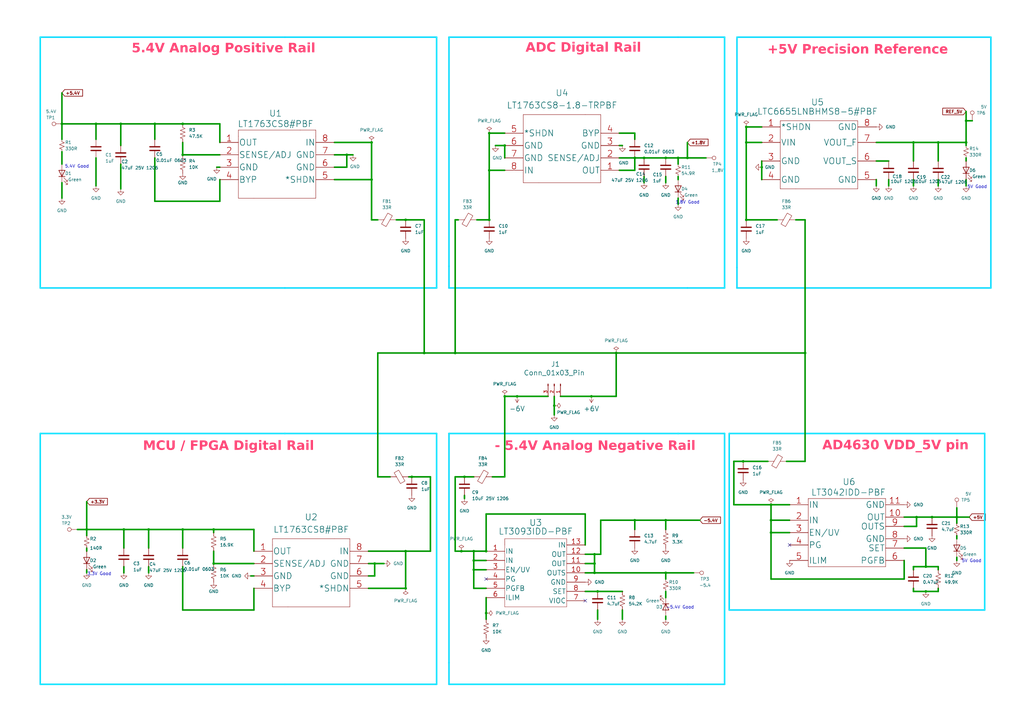
<source format=kicad_sch>
(kicad_sch (version 20250114) (generator "eeschema") (generator_version "9.0")
  (paper "A3")
  (title_block (title "NanoPulse - Power Management") (date "2025-07-10") (rev "Rev 1 ") (company "N-Well Labs\n\n"))
  (text "-5.4V Good" (at 284.734 249.936 0) (effects (font (size 1.27 1.27)) (justify right bottom)))
  (text "ADC Digital Rail" (at 239.268 20.828 0) (effects (font (size 3.81 3.81) (bold yes))))
  (text "MCU / FPGA Digital Rail" (at 93.726 184.15 0) (effects (font (size 3.81 3.81) (bold yes))))
  (text "5.4V Analog Positive Rail" (at 91.694 21.082 0) (effects (font (size 3.81 3.81) (bold yes))))
  (text "1.8V Good" (at 287.02 83.82 0) (effects (font (size 1.27 1.27)) (justify right bottom)))
  (text "- 5.4V Analog Negative Rail" (at 244.094 184.15 0) (effects (font (size 3.81 3.81) (bold yes))))
  (text "AD4630 VDD_5V pin" (at 367.284 183.896 0) (effects (font (size 3.81 3.81) (bold yes))))
  (text "5V Good" (at 404.876 77.47 0) (effects (font (size 1.27 1.27)) (justify right bottom)))
  (text "5V Good" (at 402.59 230.886 0) (effects (font (size 1.27 1.27)) (justify right bottom)))
  (text "5.4V Good" (at 36.576 69.088 0) (effects (font (size 1.27 1.27)) (justify right bottom)))
  (text "3.3V Good" (at 45.72 236.22 0) (effects (font (size 1.27 1.27)) (justify right bottom)))
  (text "+5V Precision Reference" (at 351.79 21.59 0) (effects (font (size 3.81 3.81) (bold yes))))
  (junction (at 316.23 213.36))
  (junction (at 74.93 217.17))
  (junction (at 153.67 231.14))
  (junction (at 243.84 231.14))
  (junction (at 330.2 144.78))
  (junction (at 260.35 64.77))
  (junction (at 242.57 162.56))
  (junction (at 194.31 233.68))
  (junction (at 312.42 68.58))
  (junction (at 374.65 58.42))
  (junction (at 152.4 73.66))
  (junction (at 243.84 234.95))
  (junction (at 243.84 227.33))
  (junction (at 273.05 234.95))
  (junction (at 25.4 50.8))
  (junction (at 306.07 90.17))
  (junction (at 199.39 226.06))
  (junction (at 379.73 242.57))
  (junction (at 264.16 64.77))
  (junction (at 375.92 212.09))
  (junction (at 166.37 90.17))
  (junction (at 166.37 241.3))
  (junction (at 63.5 50.8))
  (junction (at 166.37 226.06))
  (junction (at 252.73 144.78))
  (junction (at 190.5 195.58))
  (junction (at 87.63 231.14))
  (junction (at 212.09 162.56))
  (junction (at 304.8 189.23))
  (junction (at 152.4 58.42))
  (junction (at 189.23 226.06))
  (junction (at 306.07 58.42))
  (junction (at 39.37 50.8))
  (junction (at 194.31 229.87))
  (junction (at 186.69 144.78))
  (junction (at 316.23 218.44))
  (junction (at 306.07 52.07))
  (junction (at 207.01 162.56))
  (junction (at 396.24 58.42))
  (junction (at 200.66 69.85))
  (junction (at 87.63 217.17))
  (junction (at 316.23 207.01))
  (junction (at 273.05 213.36))
  (junction (at 278.13 64.77))
  (junction (at 396.24 49.53))
  (junction (at 260.35 213.36))
  (junction (at 50.8 217.17))
  (junction (at 382.27 212.09))
  (junction (at 35.56 217.17))
  (junction (at 384.81 58.42))
  (junction (at 379.73 232.41))
  (junction (at 245.11 242.57))
  (junction (at 273.05 64.77))
  (junction (at 200.66 90.17))
  (junction (at 281.94 64.77))
  (junction (at 173.99 144.78))
  (junction (at 49.53 50.8))
  (junction (at 60.96 217.17))
  (junction (at 392.43 212.09))
  (junction (at 74.93 50.8))
  (junction (at 199.39 251.46))
  (junction (at 142.24 63.5))
  (junction (at 227.33 166.37))
  (junction (at 207.01 59.69))
  (junction (at 200.66 54.61))
  (junction (at 74.93 63.5))
  (junction (at 194.31 226.06))
  (junction (at 168.91 195.58))
  (no_connect (at 240.03 246.38))
  (no_connect (at 199.39 237.49))
  (no_connect (at 323.85 223.52))
  (wire (pts (xy 359.41 66.04) (xy 364.49 66.04)) (stroke (width 0.635)))
  (wire (pts (xy 74.93 50.8) (xy 90.17 50.8)) (stroke (width 0.635)))
  (wire (pts (xy 374.65 66.04) (xy 374.65 58.42)) (stroke (width 0.635)))
  (wire (pts (xy 374.65 58.42) (xy 384.81 58.42)) (stroke (width 0.635)))
  (wire (pts (xy 316.23 207.01) (xy 316.23 213.36)) (stroke (width 0.635)))
  (wire (pts (xy 137.16 73.66) (xy 152.4 73.66)) (stroke (width 0.635)))
  (wire (pts (xy 190.5 203.2) (xy 190.5 204.47)) (stroke (width 0.635)))
  (polyline (pts (xy 16.51 177.8) (xy 16.51 271.78)) (stroke (width 0.635) (type solid) (color 14 220 255 1)))
  (polyline (pts (xy 299.085 177.8) (xy 299.085 195.58)) (stroke (width 0.635) (type solid) (color 14 220 255 1)))
  (wire (pts (xy 300.99 207.01) (xy 300.99 189.23)) (stroke (width 0.635)))
  (wire (pts (xy 322.58 189.23) (xy 330.2 189.23)) (stroke (width 0.635)))
  (wire (pts (xy 168.91 195.58) (xy 176.53 195.58)) (stroke (width 0.635)))
  (wire (pts (xy 151.13 226.06) (xy 166.37 226.06)) (stroke (width 0.635)))
  (wire (pts (xy 396.24 58.42) (xy 396.24 59.69)) (stroke (width 0.635)))
  (wire (pts (xy 151.13 241.3) (xy 166.37 241.3)) (stroke (width 0.635)))
  (wire (pts (xy 229.87 162.56) (xy 242.57 162.56)) (stroke (width 0.635)))
  (wire (pts (xy 384.81 58.42) (xy 396.24 58.42)) (stroke (width 0.635)))
  (wire (pts (xy 201.93 195.58) (xy 207.01 195.58)) (stroke (width 0.635)))
  (wire (pts (xy 25.4 50.8) (xy 39.37 50.8)) (stroke (width 0.635)))
  (polyline (pts (xy 297.18 280.67) (xy 297.18 177.8)) (stroke (width 0.635) (type solid) (color 14 220 255 1)))
  (wire (pts (xy 330.2 90.17) (xy 330.2 144.78)) (stroke (width 0.635)))
  (polyline (pts (xy 116.84 280.67) (xy 179.07 280.67)) (stroke (width 0.635) (type solid) (color 14 220 255 1)))
  (wire (pts (xy 254 69.85) (xy 260.35 69.85)) (stroke (width 0.635)))
  (polyline (pts (xy 16.51 271.78) (xy 16.51 280.67)) (stroke (width 0.635) (type solid) (color 14 220 255 1)))
  (wire (pts (xy 160.02 195.58) (xy 154.94 195.58)) (stroke (width 0.635)))
  (wire (pts (xy 242.57 162.56) (xy 252.73 162.56)) (stroke (width 0.635)))
  (polyline (pts (xy 16.51 118.11) (xy 116.84 118.11)) (stroke (width 0.635) (type solid) (color 14 220 255 1)))
  (wire (pts (xy 392.43 229.87) (xy 392.43 228.6)) (stroke (width 0.635)))
  (polyline (pts (xy 184.15 177.8) (xy 184.15 271.78)) (stroke (width 0.635) (type solid) (color 14 220 255 1)))
  (polyline (pts (xy 184.15 280.67) (xy 281.94 280.67)) (stroke (width 0.635) (type solid) (color 14 220 255 1)))
  (wire (pts (xy 273.05 64.77) (xy 278.13 64.77)) (stroke (width 0.635)))
  (wire (pts (xy 375.92 215.9) (xy 375.92 212.09)) (stroke (width 0.635)))
  (wire (pts (xy 396.24 45.72) (xy 396.24 49.53)) (stroke (width 0.635)))
  (wire (pts (xy 200.66 69.85) (xy 207.01 69.85)) (stroke (width 0.635)))
  (wire (pts (xy 364.49 76.2) (xy 364.49 73.66)) (stroke (width 0.635)))
  (wire (pts (xy 74.93 63.5) (xy 90.17 63.5)) (stroke (width 0.635)))
  (wire (pts (xy 396.24 66.04) (xy 396.24 64.77)) (stroke (width 0.635)))
  (wire (pts (xy 312.42 52.07) (xy 306.07 52.07)) (stroke (width 0.635)))
  (wire (pts (xy 162.56 90.17) (xy 166.37 90.17)) (stroke (width 0.635)))
  (wire (pts (xy 273.05 213.36) (xy 287.02 213.36)) (stroke (width 0.635)))
  (wire (pts (xy 246.38 213.36) (xy 246.38 227.33)) (stroke (width 0.635)))
  (wire (pts (xy 60.96 224.79) (xy 60.96 217.17)) (stroke (width 0.635)))
  (wire (pts (xy 153.67 231.14) (xy 157.48 231.14)) (stroke (width 0.635)))
  (wire (pts (xy 255.27 254) (xy 255.27 250.19)) (stroke (width 0.635)))
  (wire (pts (xy 240.03 210.82) (xy 199.39 210.82)) (stroke (width 0.635)))
  (wire (pts (xy 207.01 162.56) (xy 212.09 162.56)) (stroke (width 0.635)))
  (wire (pts (xy 194.31 229.87) (xy 199.39 229.87)) (stroke (width 0.635)))
  (wire (pts (xy 207.01 64.77) (xy 207.01 59.69)) (stroke (width 0.635)))
  (wire (pts (xy 254 64.77) (xy 260.35 64.77)) (stroke (width 0.635)))
  (wire (pts (xy 278.13 73.66) (xy 278.13 72.39)) (stroke (width 0.635)))
  (wire (pts (xy 330.2 144.78) (xy 330.2 189.23)) (stroke (width 0.635)))
  (wire (pts (xy 144.78 63.5) (xy 142.24 63.5)) (stroke (width 0.635)))
  (polyline (pts (xy 297.18 118.11) (xy 297.18 15.24)) (stroke (width 0.635) (type solid) (color 14 220 255 1)))
  (wire (pts (xy 153.67 231.14) (xy 153.67 236.22)) (stroke (width 0.635)))
  (wire (pts (xy 278.13 64.77) (xy 281.94 64.77)) (stroke (width 0.635)))
  (wire (pts (xy 194.31 229.87) (xy 194.31 233.68)) (stroke (width 0.635)))
  (polyline (pts (xy 297.18 15.24) (xy 278.13 15.24)) (stroke (width 0.635) (type solid) (color 14 220 255 1)))
  (wire (pts (xy 88.9 68.58) (xy 90.17 68.58)) (stroke (width 0.635)))
  (wire (pts (xy 154.94 144.78) (xy 173.99 144.78)) (stroke (width 0.635)))
  (polyline (pts (xy 403.86 177.8) (xy 403.86 250.19)) (stroke (width 0.635) (type solid) (color 14 220 255 1)))
  (wire (pts (xy 173.99 144.78) (xy 186.69 144.78)) (stroke (width 0.635)))
  (wire (pts (xy 243.84 227.33) (xy 243.84 231.14)) (stroke (width 0.635)))
  (wire (pts (xy 49.53 50.8) (xy 63.5 50.8)) (stroke (width 0.635)))
  (wire (pts (xy 35.56 226.06) (xy 35.56 224.79)) (stroke (width 0.635)))
  (wire (pts (xy 396.24 76.2) (xy 396.24 73.66)) (stroke (width 0.635)))
  (polyline (pts (xy 184.15 118.11) (xy 281.94 118.11)) (stroke (width 0.635) (type solid) (color 14 220 255 1)))
  (wire (pts (xy 194.31 233.68) (xy 199.39 233.68)) (stroke (width 0.635)))
  (wire (pts (xy 195.58 90.17) (xy 200.66 90.17)) (stroke (width 0.635)))
  (wire (pts (xy 243.84 231.14) (xy 240.03 231.14)) (stroke (width 0.635)))
  (polyline (pts (xy 406.4 15.24) (xy 302.26 15.24)) (stroke (width 0.635) (type solid) (color 14 220 255 1)))
  (wire (pts (xy 384.81 76.2) (xy 384.81 73.66)) (stroke (width 0.635)))
  (wire (pts (xy 63.5 64.77) (xy 63.5 82.55)) (stroke (width 0.635)))
  (wire (pts (xy 63.5 50.8) (xy 63.5 57.15)) (stroke (width 0.635)))
  (wire (pts (xy 25.4 67.31) (xy 25.4 62.23)) (stroke (width 0.635)))
  (wire (pts (xy 273.05 74.93) (xy 273.05 72.39)) (stroke (width 0.635)))
  (wire (pts (xy 25.4 38.1) (xy 25.4 50.8)) (stroke (width 0.635)))
  (polyline (pts (xy 403.86 177.8) (xy 299.085 177.8)) (stroke (width 0.635) (type solid) (color 14 220 255 1)))
  (polyline (pts (xy 406.4 118.11) (xy 406.4 15.24)) (stroke (width 0.635) (type solid) (color 14 220 255 1)))
  (polyline (pts (xy 116.84 15.24) (xy 16.51 15.24)) (stroke (width 0.635) (type solid) (color 14 220 255 1)))
  (wire (pts (xy 186.69 90.17) (xy 186.69 144.78)) (stroke (width 0.635)))
  (polyline (pts (xy 116.84 177.8) (xy 16.51 177.8)) (stroke (width 0.635) (type solid) (color 14 220 255 1)))
  (wire (pts (xy 142.24 63.5) (xy 137.16 63.5)) (stroke (width 0.635)))
  (polyline (pts (xy 179.07 118.11) (xy 179.07 15.24)) (stroke (width 0.635) (type solid) (color 14 220 255 1)))
  (wire (pts (xy 50.8 217.17) (xy 60.96 217.17)) (stroke (width 0.635)))
  (wire (pts (xy 374.65 73.66) (xy 374.65 76.2)) (stroke (width 0.635)))
  (wire (pts (xy 240.03 227.33) (xy 243.84 227.33)) (stroke (width 0.635)))
  (wire (pts (xy 330.2 90.17) (xy 326.39 90.17)) (stroke (width 0.635)))
  (wire (pts (xy 25.4 74.93) (xy 25.4 81.28)) (stroke (width 0.635)))
  (wire (pts (xy 151.13 236.22) (xy 153.67 236.22)) (stroke (width 0.635)))
  (wire (pts (xy 199.39 251.46) (xy 199.39 254)) (stroke (width 0.635)))
  (wire (pts (xy 260.35 213.36) (xy 260.35 217.17)) (stroke (width 0.635)))
  (wire (pts (xy 212.09 162.56) (xy 224.79 162.56)) (stroke (width 0.635)))
  (polyline (pts (xy 302.26 118.11) (xy 406.4 118.11)) (stroke (width 0.635) (type solid) (color 14 220 255 1)))
  (wire (pts (xy 39.37 50.8) (xy 49.53 50.8)) (stroke (width 0.635)))
  (wire (pts (xy 87.63 217.17) (xy 87.63 218.44)) (stroke (width 0.635)))
  (polyline (pts (xy 116.84 118.11) (xy 179.07 118.11)) (stroke (width 0.635) (type solid) (color 14 220 255 1)))
  (wire (pts (xy 50.8 224.79) (xy 50.8 217.17)) (stroke (width 0.635)))
  (polyline (pts (xy 297.18 177.8) (xy 278.13 177.8)) (stroke (width 0.635) (type solid) (color 14 220 255 1)))
  (wire (pts (xy 35.56 217.17) (xy 31.75 217.17)) (stroke (width 0.635)))
  (wire (pts (xy 370.84 215.9) (xy 375.92 215.9)) (stroke (width 0.635)))
  (wire (pts (xy 35.56 217.17) (xy 50.8 217.17)) (stroke (width 0.635)))
  (wire (pts (xy 186.69 226.06) (xy 189.23 226.06)) (stroke (width 0.635)))
  (wire (pts (xy 375.92 212.09) (xy 382.27 212.09)) (stroke (width 0.635)))
  (wire (pts (xy 104.14 250.19) (xy 104.14 241.3)) (stroke (width 0.635)))
  (wire (pts (xy 316.23 207.01) (xy 323.85 207.01)) (stroke (width 0.635)))
  (wire (pts (xy 384.81 242.57) (xy 379.73 242.57)) (stroke (width 0.635)))
  (wire (pts (xy 152.4 90.17) (xy 154.94 90.17)) (stroke (width 0.635)))
  (wire (pts (xy 374.65 241.3) (xy 374.65 242.57)) (stroke (width 0.635)))
  (wire (pts (xy 306.07 58.42) (xy 306.07 52.07)) (stroke (width 0.635)))
  (wire (pts (xy 254 54.61) (xy 260.35 54.61)) (stroke (width 0.635)))
  (wire (pts (xy 39.37 50.8) (xy 39.37 57.15)) (stroke (width 0.635)))
  (wire (pts (xy 316.23 218.44) (xy 323.85 218.44)) (stroke (width 0.635)))
  (wire (pts (xy 187.96 90.17) (xy 186.69 90.17)) (stroke (width 0.635)))
  (polyline (pts (xy 281.94 280.67) (xy 297.18 280.67)) (stroke (width 0.635) (type solid) (color 14 220 255 1)))
  (polyline (pts (xy 299.085 195.58) (xy 299.085 250.19)) (stroke (width 0.635) (type solid) (color 14 220 255 1)))
  (wire (pts (xy 35.56 234.95) (xy 35.56 233.68)) (stroke (width 0.635)))
  (wire (pts (xy 316.23 213.36) (xy 323.85 213.36)) (stroke (width 0.635)))
  (wire (pts (xy 398.78 49.53) (xy 396.24 49.53)) (stroke (width 0.635)))
  (wire (pts (xy 227.33 170.18) (xy 227.33 166.37)) (stroke (width 0.635)))
  (polyline (pts (xy 278.13 15.24) (xy 184.15 15.24)) (stroke (width 0.635) (type solid) (color 14 220 255 1)))
  (wire (pts (xy 384.81 66.04) (xy 384.81 58.42)) (stroke (width 0.635)))
  (wire (pts (xy 207.01 195.58) (xy 207.01 162.56)) (stroke (width 0.635)))
  (wire (pts (xy 60.96 234.95) (xy 60.96 232.41)) (stroke (width 0.635)))
  (wire (pts (xy 194.31 233.68) (xy 194.31 241.3)) (stroke (width 0.635)))
  (polyline (pts (xy 302.26 15.748) (xy 302.26 109.728)) (stroke (width 0.635) (type solid) (color 14 220 255 1)))
  (wire (pts (xy 102.87 236.22) (xy 104.14 236.22)) (stroke (width 0.635)))
  (wire (pts (xy 316.23 213.36) (xy 316.23 218.44)) (stroke (width 0.635)))
  (wire (pts (xy 392.43 208.28) (xy 392.43 212.09)) (stroke (width 0.635)))
  (wire (pts (xy 240.03 223.52) (xy 240.03 210.82)) (stroke (width 0.635)))
  (wire (pts (xy 152.4 73.66) (xy 152.4 90.17)) (stroke (width 0.635)))
  (wire (pts (xy 243.84 231.14) (xy 243.84 234.95)) (stroke (width 0.635)))
  (polyline (pts (xy 16.51 109.22) (xy 16.51 118.11)) (stroke (width 0.635) (type solid) (color 14 220 255 1)))
  (wire (pts (xy 50.8 234.95) (xy 50.8 232.41)) (stroke (width 0.635)))
  (wire (pts (xy 60.96 217.17) (xy 74.93 217.17)) (stroke (width 0.635)))
  (wire (pts (xy 273.05 237.49) (xy 273.05 234.95)) (stroke (width 0.635)))
  (wire (pts (xy 384.81 232.41) (xy 379.73 232.41)) (stroke (width 0.635)))
  (wire (pts (xy 278.13 83.82) (xy 278.13 81.28)) (stroke (width 0.635)))
  (wire (pts (xy 370.84 224.79) (xy 379.73 224.79)) (stroke (width 0.635)))
  (wire (pts (xy 154.94 144.78) (xy 154.94 195.58)) (stroke (width 0.635)))
  (wire (pts (xy 273.05 245.11) (xy 273.05 242.57)) (stroke (width 0.635)))
  (wire (pts (xy 194.31 226.06) (xy 194.31 229.87)) (stroke (width 0.635)))
  (wire (pts (xy 142.24 68.58) (xy 142.24 63.5)) (stroke (width 0.635)))
  (wire (pts (xy 374.65 232.41) (xy 379.73 232.41)) (stroke (width 0.635)))
  (wire (pts (xy 273.05 234.95) (xy 284.48 234.95)) (stroke (width 0.635)))
  (wire (pts (xy 74.93 217.17) (xy 74.93 224.79)) (stroke (width 0.635)))
  (wire (pts (xy 300.99 189.23) (xy 304.8 189.23)) (stroke (width 0.635)))
  (wire (pts (xy 260.35 64.77) (xy 260.35 69.85)) (stroke (width 0.635)))
  (polyline (pts (xy 179.07 15.24) (xy 116.84 15.24)) (stroke (width 0.635) (type solid) (color 14 220 255 1)))
  (wire (pts (xy 166.37 226.06) (xy 166.37 241.3)) (stroke (width 0.635)))
  (wire (pts (xy 227.33 166.37) (xy 227.33 162.56)) (stroke (width 0.635)))
  (wire (pts (xy 194.31 195.58) (xy 190.5 195.58)) (stroke (width 0.635)))
  (polyline (pts (xy 179.07 177.8) (xy 116.84 177.8)) (stroke (width 0.635) (type solid) (color 14 220 255 1)))
  (wire (pts (xy 273.05 254) (xy 273.05 252.73)) (stroke (width 0.635)))
  (wire (pts (xy 252.73 144.78) (xy 252.73 162.56)) (stroke (width 0.635)))
  (wire (pts (xy 49.53 67.31) (xy 49.53 77.47)) (stroke (width 0.635)))
  (wire (pts (xy 281.94 58.42) (xy 281.94 64.77)) (stroke (width 0.635)))
  (wire (pts (xy 25.4 57.15) (xy 25.4 50.8)) (stroke (width 0.635)))
  (wire (pts (xy 90.17 82.55) (xy 90.17 73.66)) (stroke (width 0.635)))
  (wire (pts (xy 167.64 195.58) (xy 168.91 195.58)) (stroke (width 0.635)))
  (wire (pts (xy 384.81 232.41) (xy 384.81 233.68)) (stroke (width 0.635)))
  (wire (pts (xy 137.16 58.42) (xy 152.4 58.42)) (stroke (width 0.635)))
  (wire (pts (xy 176.53 226.06) (xy 176.53 195.58)) (stroke (width 0.635)))
  (wire (pts (xy 278.13 64.77) (xy 278.13 67.31)) (stroke (width 0.635)))
  (wire (pts (xy 189.23 226.06) (xy 194.31 226.06)) (stroke (width 0.635)))
  (wire (pts (xy 392.43 212.09) (xy 397.51 212.09)) (stroke (width 0.635)))
  (wire (pts (xy 306.07 90.17) (xy 318.77 90.17)) (stroke (width 0.635)))
  (wire (pts (xy 87.63 217.17) (xy 104.14 217.17)) (stroke (width 0.635)))
  (wire (pts (xy 203.2 59.69) (xy 207.01 59.69)) (stroke (width 0.635)))
  (wire (pts (xy 260.35 64.77) (xy 264.16 64.77)) (stroke (width 0.635)))
  (wire (pts (xy 374.65 242.57) (xy 379.73 242.57)) (stroke (width 0.635)))
  (polyline (pts (xy 302.26 109.728) (xy 302.26 118.11)) (stroke (width 0.635) (type solid) (color 14 220 255 1)))
  (wire (pts (xy 273.05 213.36) (xy 273.05 217.17)) (stroke (width 0.635)))
  (polyline (pts (xy 184.15 15.24) (xy 184.15 109.22)) (stroke (width 0.635) (type solid) (color 14 220 255 1)))
  (polyline (pts (xy 299.085 250.19) (xy 403.86 250.19)) (stroke (width 0.635) (type solid) (color 14 220 255 1)))
  (wire (pts (xy 384.81 241.3) (xy 384.81 242.57)) (stroke (width 0.635)))
  (wire (pts (xy 166.37 226.06) (xy 176.53 226.06)) (stroke (width 0.635)))
  (wire (pts (xy 306.07 58.42) (xy 312.42 58.42)) (stroke (width 0.635)))
  (wire (pts (xy 264.16 72.39) (xy 264.16 74.93)) (stroke (width 0.635)))
  (wire (pts (xy 260.35 54.61) (xy 260.35 57.15)) (stroke (width 0.635)))
  (wire (pts (xy 74.93 232.41) (xy 74.93 250.19)) (stroke (width 0.635)))
  (wire (pts (xy 186.69 226.06) (xy 186.69 195.58)) (stroke (width 0.635)))
  (wire (pts (xy 240.03 242.57) (xy 245.11 242.57)) (stroke (width 0.635)))
  (wire (pts (xy 104.14 226.06) (xy 104.14 217.17)) (stroke (width 0.635)))
  (wire (pts (xy 200.66 69.85) (xy 200.66 90.17)) (stroke (width 0.635)))
  (polyline (pts (xy 184.15 109.22) (xy 184.15 118.11)) (stroke (width 0.635) (type solid) (color 14 220 255 1)))
  (wire (pts (xy 243.84 234.95) (xy 273.05 234.95)) (stroke (width 0.635)))
  (wire (pts (xy 396.24 49.53) (xy 396.24 58.42)) (stroke (width 0.635)))
  (wire (pts (xy 87.63 226.06) (xy 87.63 231.14)) (stroke (width 0.635)))
  (wire (pts (xy 166.37 90.17) (xy 173.99 90.17)) (stroke (width 0.635)))
  (wire (pts (xy 63.5 50.8) (xy 74.93 50.8)) (stroke (width 0.635)))
  (wire (pts (xy 152.4 58.42) (xy 152.4 73.66)) (stroke (width 0.635)))
  (wire (pts (xy 199.39 241.3) (xy 194.31 241.3)) (stroke (width 0.635)))
  (polyline (pts (xy 16.51 280.67) (xy 116.84 280.67)) (stroke (width 0.635) (type solid) (color 14 220 255 1)))
  (wire (pts (xy 194.31 226.06) (xy 199.39 226.06)) (stroke (width 0.635)))
  (wire (pts (xy 245.11 242.57) (xy 255.27 242.57)) (stroke (width 0.635)))
  (wire (pts (xy 312.42 73.66) (xy 312.42 68.58)) (stroke (width 0.635)))
  (wire (pts (xy 245.11 254) (xy 245.11 250.19)) (stroke (width 0.635)))
  (wire (pts (xy 254 59.69) (xy 255.27 59.69)) (stroke (width 0.635)))
  (wire (pts (xy 392.43 214.63) (xy 392.43 212.09)) (stroke (width 0.635)))
  (wire (pts (xy 151.13 231.14) (xy 153.67 231.14)) (stroke (width 0.635)))
  (wire (pts (xy 264.16 64.77) (xy 273.05 64.77)) (stroke (width 0.635)))
  (polyline (pts (xy 281.94 118.11) (xy 297.18 118.11)) (stroke (width 0.635) (type solid) (color 14 220 255 1)))
  (wire (pts (xy 186.69 144.78) (xy 252.73 144.78)) (stroke (width 0.635)))
  (wire (pts (xy 74.93 58.42) (xy 74.93 63.5)) (stroke (width 0.635)))
  (wire (pts (xy 252.73 144.78) (xy 330.2 144.78)) (stroke (width 0.635)))
  (wire (pts (xy 186.69 195.58) (xy 190.5 195.58)) (stroke (width 0.635)))
  (wire (pts (xy 200.66 54.61) (xy 200.66 69.85)) (stroke (width 0.635)))
  (wire (pts (xy 243.84 227.33) (xy 246.38 227.33)) (stroke (width 0.635)))
  (wire (pts (xy 87.63 231.14) (xy 104.14 231.14)) (stroke (width 0.635)))
  (wire (pts (xy 370.84 237.49) (xy 316.23 237.49)) (stroke (width 0.635)))
  (wire (pts (xy 246.38 213.36) (xy 260.35 213.36)) (stroke (width 0.635)))
  (wire (pts (xy 74.93 217.17) (xy 87.63 217.17)) (stroke (width 0.635)))
  (wire (pts (xy 379.73 224.79) (xy 379.73 232.41)) (stroke (width 0.635)))
  (wire (pts (xy 304.8 189.23) (xy 314.96 189.23)) (stroke (width 0.635)))
  (polyline (pts (xy 179.07 280.67) (xy 179.07 177.8)) (stroke (width 0.635) (type solid) (color 14 220 255 1)))
  (wire (pts (xy 281.94 64.77) (xy 289.56 64.77)) (stroke (width 0.635)))
  (wire (pts (xy 199.39 245.11) (xy 199.39 251.46)) (stroke (width 0.635)))
  (wire (pts (xy 300.99 207.01) (xy 316.23 207.01)) (stroke (width 0.635)))
  (wire (pts (xy 392.43 220.98) (xy 392.43 219.71)) (stroke (width 0.635)))
  (wire (pts (xy 359.41 58.42) (xy 374.65 58.42)) (stroke (width 0.635)))
  (wire (pts (xy 316.23 218.44) (xy 316.23 237.49)) (stroke (width 0.635)))
  (wire (pts (xy 137.16 68.58) (xy 142.24 68.58)) (stroke (width 0.635)))
  (wire (pts (xy 240.03 234.95) (xy 243.84 234.95)) (stroke (width 0.635)))
  (polyline (pts (xy 184.15 271.78) (xy 184.15 280.67)) (stroke (width 0.635) (type solid) (color 14 220 255 1)))
  (wire (pts (xy 49.53 59.69) (xy 49.53 50.8)) (stroke (width 0.635)))
  (wire (pts (xy 306.07 58.42) (xy 306.07 90.17)) (stroke (width 0.635)))
  (wire (pts (xy 312.42 68.58) (xy 312.42 66.04)) (stroke (width 0.635)))
  (wire (pts (xy 359.41 76.2) (xy 359.41 73.66)) (stroke (width 0.635)))
  (wire (pts (xy 374.65 232.41) (xy 374.65 233.68)) (stroke (width 0.635)))
  (polyline (pts (xy 278.13 177.8) (xy 184.15 177.8)) (stroke (width 0.635) (type solid) (color 14 220 255 1)))
  (wire (pts (xy 90.17 50.8) (xy 90.17 58.42)) (stroke (width 0.635)))
  (wire (pts (xy 39.37 64.77) (xy 39.37 76.2)) (stroke (width 0.635)))
  (wire (pts (xy 375.92 212.09) (xy 370.84 212.09)) (stroke (width 0.635)))
  (wire (pts (xy 260.35 213.36) (xy 273.05 213.36)) (stroke (width 0.635)))
  (wire (pts (xy 382.27 212.09) (xy 392.43 212.09)) (stroke (width 0.635)))
  (wire (pts (xy 35.56 217.17) (xy 35.56 219.71)) (stroke (width 0.635)))
  (wire (pts (xy 199.39 210.82) (xy 199.39 226.06)) (stroke (width 0.635)))
  (wire (pts (xy 370.84 229.87) (xy 370.84 237.49)) (stroke (width 0.635)))
  (wire (pts (xy 173.99 90.17) (xy 173.99 144.78)) (stroke (width 0.635)))
  (wire (pts (xy 200.66 54.61) (xy 207.01 54.61)) (stroke (width 0.635)))
  (wire (pts (xy 74.93 250.19) (xy 104.14 250.19)) (stroke (width 0.635)))
  (wire (pts (xy 35.56 205.74) (xy 35.56 217.17)) (stroke (width 0.635)))
  (wire (pts (xy 63.5 82.55) (xy 90.17 82.55)) (stroke (width 0.635)))
  (polyline (pts (xy 16.51 15.24) (xy 16.51 109.22)) (stroke (width 0.635) (type solid) (color 14 220 255 1)))
  (global_label "+3.3V" (shape input) (at 35.56 205.74 0) (effects (font (bold yes))) (property "Intersheetrefs" "${INTERSHEET_REFS}" (effects (hide yes))))
  (global_label "+1.8V" (shape input) (at 281.94 58.42 0) (effects (font (bold yes))) (property "Intersheetrefs" "${INTERSHEET_REFS}" (effects (hide yes))) (property "Disc" "VIO" (effects (hide yes))))
  (global_label "+5.4V" (shape input) (at 25.4 38.1 0) (effects (font (bold yes))) (property "Intersheetrefs" "${INTERSHEET_REFS}" (effects (hide yes))) (property "Dsc" "VAMP+" (effects (hide yes))))
  (global_label "REF_5V" (shape input) (at 396.24 45.72 180) (effects (font (bold yes))) (property "Intersheetrefs" "${INTERSHEET_REFS}" (effects (hide yes))) (property "Dsc" "VAMP+" (effects (hide yes))))
  (global_label "+5V" (shape input) (at 397.51 212.09 0) (effects (font (bold yes))) (property "Intersheetrefs" "${INTERSHEET_REFS}" (effects (hide yes))))
  (global_label "-5.4V" (shape input) (at 287.02 213.36 0) (effects (font (bold yes))) (property "Intersheetrefs" "${INTERSHEET_REFS}" (effects (hide yes))) (property "Disc" "-AMP" (effects (hide yes))))
  (symbol (lib_id "Device:FerriteBead") (at 163.83 195.58 270) (mirror x) (unit 1)
    (property "Reference" "FB2" (at 163.8808 187.96 90))
    (property "Value" "33R" (at 163.8808 190.5 90))
    (property "Footprint" "Inductor_SMD:L_0603_1608Metric_Pad1.05x0.95mm_HandSolder" (effects (hide yes)))
    (property "Datasheet" "https://www.murata.com/en-us/products/productdata/8796738650142/ENFA0003.pdf" (effects (hide yes)))
    (property "Description" "FERRITE BEAD 33 OHM 0603 1LN" (effects (hide yes)))
    (property "Manufacturer" "Murata Electronics " (effects (hide yes)))
    (property "Digikey" "490-5220-1-ND" (effects (hide yes)))
    (property "Mfg part #" "BLM18PG330SN1D" (effects (hide yes)))
  )
  (symbol (lib_id "majed-symbols:LT3042IDD-PBF") (at 317.5 209.55 0) (unit 1)
    (property "Reference" "U6" (at 348.234 197.612 0) (effects (font (size 2.54 2.54))))
    (property "Value" "LT3042IDD-PBF" (at 347.98 201.93 0) (effects (font (size 2.54 2.54))))
    (property "Footprint" "Majed-footprints:DFN-10_DD_LIT" (effects (hide yes)))
    (property "Datasheet" "https://www.analog.com/media/en/technical-documentation/data-sheets/3042fb.pdf" (effects (hide yes)))
    (property "Description" "IC REG LIN POS ADJ 200MA 10DFN" (effects (hide yes)))
    (property "Manufacturer" "Analog Devices Inc. " (effects (hide yes)))
    (property "Digikey" "LT3042IDD#TRPBFCT-ND" (effects (hide yes)))
    (property "Mfg part #" "LT3042IDD#TRPBF " (effects (hide yes)))
  )
  (symbol (lib_id "Device:C") (at 49.53 63.5 0) (unit 1)
    (property "Reference" "C2" (at 49.784 66.294 0) (effects (justify left)))
    (property "Value" "47uF 25V 1206" (at 49.784 68.834 0) (effects (justify left)))
    (property "Footprint" "Capacitor_SMD:C_1206_3216Metric" (effects (hide yes)))
    (property "Datasheet" "https://calchip.com/wp-content/uploads/2023/09/GMC-Series-2.pdf" (effects (hide yes)))
    (property "Description" "CAP1206 X5R 47UF 20% 25V" (effects (hide yes)))
    (property "Manufacturer" "Cal-Chip Electronics, Inc. " (effects (hide yes)))
    (property "Digikey" "4713-GMC31X5R476M25NTCT-ND" (effects (hide yes)))
    (property "Mfg part #" "GMC31X5R476M25NT " (effects (hide yes)))
  )
  (symbol (lib_id "power:GND") (at 323.85 229.87 0) (unit 1)
    (property "Reference" "#PWR035" (effects (hide yes)))
    (property "Value" "GND" (at 323.85 234.95 0))
    (property "Description" "Power symbol creates a global label with name \"GND\" , ground" (effects (hide yes)))
  )
  (symbol (lib_id "Device:C") (at 260.35 220.98 0) (unit 1)
    (property "Reference" "C13" (at 264.16 219.7099 0) (effects (justify left)))
    (property "Value" "4.7uF" (at 264.16 222.2499 0) (effects (justify left)))
    (property "Footprint" "Capacitor_SMD:C_0805_2012Metric" (effects (hide yes)))
    (property "Datasheet" "https://mm.digikey.com/Volume0/opasdata/d220001/medias/docus/41/CL21A475KAQNNNE_Spec.pdf" (effects (hide yes)))
    (property "Description" "CAP CER 4.7UF 25V X5R 0805" (effects (hide yes)))
    (property "Manufacturer" "Samsung Electro-Mechanics" (effects (hide yes)))
    (property "Digikey" "1276-1244-1-ND" (effects (hide yes)))
    (property "Mfg part #" "CL21A475KAQNNNE" (effects (hide yes)))
  )
  (symbol (lib_id "power:GND") (at 87.63 238.76 0) (unit 1)
    (property "Reference" "#PWR08" (effects (hide yes)))
    (property "Value" "GND" (at 87.63 242.57 0))
    (property "Description" "Power symbol creates a global label with name \"GND\" , ground" (effects (hide yes)))
  )
  (symbol (lib_id "Device:R_US") (at 87.63 234.95 0) (unit 1)
    (property "Reference" "R6" (at 90.17 233.6799 0) (effects (justify left)))
    (property "Value" "10K" (at 90.17 236.2199 0) (effects (justify left)))
    (property "Footprint" "Resistor_SMD:R_0603_1608Metric" (effects (hide yes)))
    (property "Datasheet" "https://www.yageo.com/upload/media/product/products/datasheet/rchip/PYu-RC_Group_51_RoHS_L_12.pdf" (effects (hide yes)))
    (property "Description" "RES 10K OHM 1% 1/10W 0603" (effects (hide yes)))
    (property "Manufacturer" "YAGEO" (effects (hide yes)))
    (property "Digikey" "311-10.0KHRCT-ND" (effects (hide yes)))
    (property "Mfg part #" "RC0603FR-0710KL" (effects (hide yes)))
  )
  (symbol (lib_id "majed-symbols:LT1763CS8-5-TRPBF") (at 101.6 226.06 0) (unit 1)
    (property "Reference" "U2" (at 127.635 212.09 0) (effects (font (size 2.54 2.54))))
    (property "Value" "LT1763CS8#PBF" (at 127.635 217.17 0) (effects (font (size 2.54 2.54))))
    (property "Footprint" "Majed-footprints:SO-8_S_LIT-L" (effects (hide yes)))
    (property "Datasheet" "https://www.analog.com/media/en/technical-documentation/data-sheets/1763fh.pdf" (effects (hide yes)))
    (property "Description" "Linear Voltage Regulator IC Positive Adjustable 1 Output 500mA 8-SO" (effects (hide yes)))
    (property "Manufacturer" "Analog Devices Inc. " (effects (hide yes)))
    (property "Digikey" "505-LT1763CS8#PBF-ND " (effects (hide yes)))
    (property "Mfg part #" "  LT1763CS8#PBF" (effects (hide yes)))
  )
  (symbol (lib_id "power:GND") (at 255.27 254 0) (unit 1)
    (property "Reference" "#PWR025" (effects (hide yes)))
    (property "Value" "GND" (at 255.27 259.08 0))
    (property "Description" "Power symbol creates a global label with name \"GND\" , ground" (effects (hide yes)))
  )
  (symbol (lib_id "power:GND") (at 370.84 207.01 90) (unit 1)
    (property "Reference" "#PWR039" (effects (hide yes)))
    (property "Value" "GND" (at 374.65 207.0099 90) (effects (justify right)))
    (property "Description" "Power symbol creates a global label with name \"GND\" , ground" (effects (hide yes)))
  )
  (symbol (lib_id "majed-symbols:TestPoint") (at 392.43 208.28 0) (unit 1)
    (property "Reference" "TP5" (at 397.891 205.105 0) (effects (justify right)))
    (property "Value" "5V" (at 398.399 202.565 0) (effects (justify right)))
    (property "Footprint" "TestPoint:TestPoint_Pad_1.0x1.0mm" (effects (hide yes)))
    (property "Description" "Test Point" (effects (hide yes)))
  )
  (symbol (lib_id "Device:R_US") (at 199.39 257.81 0) (unit 1)
    (property "Reference" "R7" (at 201.93 256.5399 0) (effects (justify left)))
    (property "Value" "10K" (at 201.93 259.0799 0) (effects (justify left)))
    (property "Footprint" "Resistor_SMD:R_0603_1608Metric" (effects (hide yes)))
    (property "Datasheet" "https://www.yageo.com/upload/media/product/products/datasheet/rchip/PYu-RC_Group_51_RoHS_L_12.pdf" (effects (hide yes)))
    (property "Description" "RES 10K OHM 1% 1/10W 0603" (effects (hide yes)))
    (property "Manufacturer" "YAGEO" (effects (hide yes)))
    (property "Digikey" "311-10.0KHRCT-ND" (effects (hide yes)))
    (property "Mfg part #" "RC0603FR-0710KL" (effects (hide yes)))
  )
  (symbol (lib_id "Device:C") (at 166.37 93.98 0) (unit 1)
    (property "Reference" "C7" (at 170.18 92.7099 0) (effects (justify left)))
    (property "Value" "1uF" (at 170.18 95.2499 0) (effects (justify left)))
    (property "Footprint" "Capacitor_SMD:C_0603_1608Metric" (effects (hide yes)))
    (property "Datasheet" "https://mm.digikey.com/Volume0/opasdata/d220001/medias/docus/3584/CL10B105KP8NNNC_Spec.pdf" (effects (hide yes)))
    (property "Description" "CAP CER 1UF 10V X7R 0603" (effects (hide yes)))
    (property "Manufacturer" "Samsung Electro-Mechanics" (effects (hide yes)))
    (property "Digikey" "1276-1946-1-ND" (effects (hide yes)))
    (property "Mfg part #" "CL10B105KP8NNNC" (effects (hide yes)))
  )
  (symbol (lib_id "power:GND") (at 190.5 204.47 0) (unit 1)
    (property "Reference" "#PWR015" (effects (hide yes)))
    (property "Value" "GND" (at 190.5 209.55 0))
    (property "Description" "Power symbol creates a global label with name \"GND\" , ground" (effects (hide yes)))
  )
  (symbol (lib_id "power:GND") (at 60.96 234.95 0) (unit 1)
    (property "Reference" "#PWR06" (effects (hide yes)))
    (property "Value" "GND" (at 60.96 240.03 0))
    (property "Description" "Power symbol creates a global label with name \"GND\" , ground" (effects (hide yes)))
  )
  (symbol (lib_id "power:PWR_FLAG") (at 207.01 162.56 0) (unit 1)
    (property "Reference" "#FLG06" (effects (hide yes)))
    (property "Value" "PWR_FLAG" (at 207.01 157.48 0))
    (property "Description" "Special symbol for telling ERC where power comes from" (effects (hide yes)))
  )
  (symbol (lib_id "power:GND") (at 264.16 74.93 0) (unit 1)
    (property "Reference" "#PWR027" (effects (hide yes)))
    (property "Value" "GND" (at 264.16 80.01 0))
    (property "Description" "Power symbol creates a global label with name \"GND\" , ground" (effects (hide yes)))
  )
  (symbol (lib_id "Device:R_Small_US") (at 35.56 222.25 0) (unit 1)
    (property "Reference" "R2" (at 36.83 220.98 0) (effects (justify left)))
    (property "Value" "140R" (at 36.83 224.79 0) (effects (justify left)))
    (property "Footprint" "Resistor_SMD:R_0603_1608Metric" (effects (hide yes)))
    (property "Datasheet" "https://industrial.panasonic.com/cdbs/www-data/pdf/RDA0000/AOA0000C304.pdf" (effects (hide yes)))
    (property "Description" "RES SMD 140 OHM 1% 1/10W 0603" (effects (hide yes)))
    (property "Digikey" "P140HCT-ND" (effects (hide yes)))
    (property "Manufacturer" "Panasonic Electronic Components" (effects (hide yes)))
    (property "Mfg part #" "ERJ-3EKF1400V " (effects (hide yes)))
  )
  (symbol (lib_id "Device:C") (at 168.91 199.39 0) (unit 1)
    (property "Reference" "C8" (at 172.72 198.1199 0) (effects (justify left)))
    (property "Value" "1uF" (at 172.72 200.6599 0) (effects (justify left)))
    (property "Footprint" "Capacitor_SMD:C_0603_1608Metric" (effects (hide yes)))
    (property "Datasheet" "https://mm.digikey.com/Volume0/opasdata/d220001/medias/docus/3584/CL10B105KP8NNNC_Spec.pdf" (effects (hide yes)))
    (property "Description" "CAP CER 1UF 10V X7R 0603" (effects (hide yes)))
    (property "Manufacturer" "Samsung Electro-Mechanics" (effects (hide yes)))
    (property "Digikey" "1276-1946-1-ND" (effects (hide yes)))
    (property "Mfg part #" "CL10B105KP8NNNC" (effects (hide yes)))
  )
  (symbol (lib_id "majed-symbols:LT3093IDD-PBF") (at 199.39 228.6 0) (unit 1)
    (property "Reference" "U3" (at 219.71 214.376 0) (effects (font (size 2.54 2.54))))
    (property "Value" "LT3093IDD-PBF" (at 219.71 217.932 0) (effects (font (size 2.54 2.54))))
    (property "Footprint" "Majed-footprints:05-08-1725_ADI" (effects (hide yes)))
    (property "Datasheet" "https://www.analog.com/media/en/technical-documentation/data-sheets/lt3093.pdf" (effects (hide yes)))
    (property "Description" "IC REG LIN NEG ADJ 200MA 12DFN" (effects (hide yes)))
    (property "Manufacturer" "Analog Devices Inc. " (effects (hide yes)))
    (property "Digikey" "505-LT3093IDD#PBF-ND " (effects (hide yes)))
    (property "Mfg part #" "LT3093IDD#PBF " (effects (hide yes)))
  )
  (symbol (lib_id "power:GND") (at 88.9 68.58 0) (unit 1)
    (property "Reference" "#PWR09" (effects (hide yes)))
    (property "Value" "GND" (at 88.9 73.406 0) (effects (justify right)))
    (property "Description" "Power symbol creates a global label with name \"GND\" , ground" (effects (hide yes)))
  )
  (symbol (lib_name "LT1763CS8-5-TRPBF_1") (lib_id "majed-symbols:LT1763CS8-5-TRPBF") (at 87.63 58.42 0) (unit 1)
    (property "Reference" "U1" (at 113.03 46.482 0) (effects (font (size 2.54 2.54))))
    (property "Value" "LT1763CS8#PBF" (at 113.03 50.8 0) (effects (font (size 2.54 2.54))))
    (property "Footprint" "Majed-footprints:SO-8_S_LIT-L" (effects (hide yes)))
    (property "Datasheet" "https://www.analog.com/media/en/technical-documentation/data-sheets/1763fh.pdf" (effects (hide yes)))
    (property "Description" "Linear Voltage Regulator IC Positive Adjustable 1 Output 500mA 8-SO" (effects (hide yes)))
    (property "Manufacturer" "Analog Devices Inc. " (effects (hide yes)))
    (property "Digikey" "505-LT1763CS8#PBF-ND " (effects (hide yes)))
    (property "Mfg part #" "  LT1763CS8#PBF" (effects (hide yes)))
  )
  (symbol (lib_id "power:GND") (at 260.35 224.79 0) (unit 1)
    (property "Reference" "#PWR026" (effects (hide yes)))
    (property "Value" "GND" (at 260.35 229.87 0))
    (property "Description" "Power symbol creates a global label with name \"GND\" , ground" (effects (hide yes)))
  )
  (symbol (lib_id "Device:R_US") (at 273.05 220.98 0) (unit 1)
    (property "Reference" "R9" (at 275.59 219.7099 0) (effects (justify left)))
    (property "Value" "3.3K" (at 275.59 222.2499 0) (effects (justify left)))
    (property "Footprint" "Resistor_SMD:R_0603_1608Metric" (effects (hide yes)))
    (property "Datasheet" "https://www.yageo.com/upload/media/product/products/datasheet/rchip/PYu-RC_Group_51_RoHS_L_12.pdf" (effects (hide yes)))
    (property "Description" "RES 3.3K OHM 1% 1/10W 0603" (effects (hide yes)))
    (property "Manufacturer" "YAGEO" (effects (hide yes)))
    (property "Digikey" "311-3.30KHRCT-ND" (effects (hide yes)))
    (property "Mfg part #" "RC0603FR-073K3L " (effects (hide yes)))
  )
  (symbol (lib_id "power:GND") (at 359.41 76.2 0) (unit 1)
    (property "Reference" "#PWR037" (effects (hide yes)))
    (property "Value" "GND" (at 359.41 81.28 0))
    (property "Description" "Power symbol creates a global label with name \"GND\" , ground" (effects (hide yes)))
  )
  (symbol (lib_id "power:GND") (at 255.27 59.69 0) (unit 1)
    (property "Reference" "#PWR024" (effects (hide yes)))
    (property "Value" "GND" (at 253.746 66.802 0) (effects (justify left)))
    (property "Description" "Power symbol creates a global label with name \"GND\" , ground" (effects (hide yes)))
  )
  (symbol (lib_id "power:GND") (at 374.65 76.2 0) (unit 1)
    (property "Reference" "#PWR041" (effects (hide yes)))
    (property "Value" "GND" (at 374.65 81.28 0))
    (property "Description" "Power symbol creates a global label with name \"GND\" , ground" (effects (hide yes)))
  )
  (symbol (lib_id "power:GND") (at 278.13 83.82 0) (unit 1)
    (property "Reference" "#PWR031" (effects (hide yes)))
    (property "Value" "GND" (at 278.13 88.9 0))
    (property "Description" "Power symbol creates a global label with name \"GND\" , ground" (effects (hide yes)))
  )
  (symbol (lib_id "majed-symbols:TestPoint") (at 25.4 50.8 90) (unit 1)
    (property "Reference" "TP1" (at 22.606 48.26 90) (effects (justify left)))
    (property "Value" "5.4V" (at 23.114 45.72 90) (effects (justify left)))
    (property "Footprint" "TestPoint:TestPoint_Pad_1.0x1.0mm" (effects (hide yes)))
    (property "Description" "Test Point" (effects (hide yes)))
  )
  (symbol (lib_name "LED_2") (lib_id "Device:LED") (at 25.4 71.12 90) (unit 1)
    (property "Reference" "D1" (at 26.67 71.12 90) (effects (justify right)))
    (property "Value" "Green" (at 27.94 73.66 90) (effects (justify right)))
    (property "Footprint" "LED_SMD:LED_0603_1608Metric" (effects (hide yes)))
    (property "Datasheet" "https://optoelectronics.liteon.com/upload/download/DS22-2000-228/LTST-C191KGKT.PDF" (effects (hide yes)))
    (property "Description" "LED GREEN CLEAR SMD" (effects (hide yes)))
    (property "Digikey" "160-1446-1-ND " (effects (hide yes)))
    (property "Manufacturer" "  Lite-On Inc." (effects (hide yes)))
    (property "Mfg part #" "LTST-C191KGKT " (effects (hide yes)))
  )
  (symbol (lib_id "power:PWR_FLAG") (at 306.07 52.07 0) (unit 1)
    (property "Reference" "#FLG09" (effects (hide yes)))
    (property "Value" "PWR_FLAG" (at 306.07 46.99 0))
    (property "Description" "Special symbol for telling ERC where power comes from" (effects (hide yes)))
  )
  (symbol (lib_id "majed-symbols:TestPoint") (at 398.78 49.53 0) (unit 1)
    (property "Reference" "TP6" (at 404.241 46.355 0) (effects (justify right)))
    (property "Value" "5V" (at 404.749 43.815 0) (effects (justify right)))
    (property "Footprint" "TestPoint:TestPoint_Pad_1.0x1.0mm" (effects (hide yes)))
    (property "Description" "Test Point" (effects (hide yes)))
  )
  (symbol (lib_id "power:GND") (at 359.41 52.07 90) (unit 1)
    (property "Reference" "#PWR036" (effects (hide yes)))
    (property "Value" "GND" (at 363.22 52.0699 90) (effects (justify right)))
    (property "Description" "Power symbol creates a global label with name \"GND\" , ground" (effects (hide yes)))
  )
  (symbol (lib_id "power:GND") (at 392.43 229.87 0) (unit 1)
    (property "Reference" "#PWR045" (effects (hide yes)))
    (property "Value" "GND" (at 392.43 234.95 0))
    (property "Description" "Power symbol creates a global label with name \"GND\" , ground" (effects (hide yes)))
  )
  (symbol (lib_id "Device:R_Small_US") (at 396.24 62.23 0) (unit 1)
    (property "Reference" "R14" (at 397.51 60.96 0) (effects (justify left)))
    (property "Value" "330R" (at 397.51 63.5 0) (effects (justify left)))
    (property "Footprint" "Resistor_SMD:R_0603_1608Metric" (effects (hide yes)))
    (property "Datasheet" "https://www.te.com/usa-en/product-1-2176326-9.datasheet.pdf" (effects (hide yes)))
    (property "Description" "RES 330 OHM 1% 1/4W 0603" (effects (hide yes)))
    (property "Digikey" "A130410CT-ND" (effects (hide yes)))
    (property "Manufacturer" "TE Connectivity Passive Product" (effects (hide yes)))
    (property "Mfg part #" "CRGP0603F330R" (effects (hide yes)))
  )
  (symbol (lib_id "power:GND") (at 382.27 219.71 0) (unit 1)
    (property "Reference" "#PWR043" (effects (hide yes)))
    (property "Value" "GND" (at 382.27 224.79 0))
    (property "Description" "Power symbol creates a global label with name \"GND\" , ground" (effects (hide yes)))
  )
  (symbol (lib_id "Device:C") (at 364.49 69.85 0) (unit 1)
    (property "Reference" "C18" (at 366.014 72.39 0) (effects (justify left)))
    (property "Value" "10uF 1206" (at 365.252 74.422 0) (effects (justify left)))
    (property "Footprint" "Capacitor_SMD:C_1206_3216Metric" (effects (hide yes)))
    (property "Datasheet" "https://www.digikey.ca/en/models/3886839" (effects (hide yes)))
    (property "Description" "CAP CER 10UF 25V X5R 1206" (effects (hide yes)))
    (property "Manufacturer" "Samsung Electro-Mechanics " (effects (hide yes)))
    (property "Digikey" "1276-1181-1-ND" (effects (hide yes)))
    (property "Mfg part #" "CL31A106MAHNNNE" (effects (hide yes)))
  )
  (symbol (lib_id "power:GND") (at 227.33 170.18 0) (unit 1)
    (property "Reference" "#PWR020" (effects (hide yes)))
    (property "Value" "GND" (at 227.33 175.26 0))
    (property "Description" "Power symbol creates a global label with name \"GND\" , ground" (effects (hide yes)))
  )
  (symbol (lib_id "Device:C") (at 374.65 69.85 0) (unit 1)
    (property "Reference" "C19" (at 375.92 72.644 0) (effects (justify left)))
    (property "Value" "10uF 1206" (at 375.412 74.422 0) (effects (justify left)))
    (property "Footprint" "Capacitor_SMD:C_1206_3216Metric" (effects (hide yes)))
    (property "Datasheet" "https://www.digikey.ca/en/models/3886839" (effects (hide yes)))
    (property "Description" "CAP CER 10UF 25V X5R 1206" (effects (hide yes)))
    (property "Manufacturer" "Samsung Electro-Mechanics " (effects (hide yes)))
    (property "Digikey" "1276-1181-1-ND" (effects (hide yes)))
    (property "Mfg part #" "CL31A106MAHNNNE" (effects (hide yes)))
  )
  (symbol (lib_id "power:PWR_FLAG") (at 252.73 144.78 0) (unit 1)
    (property "Reference" "#FLG08" (effects (hide yes)))
    (property "Value" "PWR_FLAG" (at 252.73 139.7 0))
    (property "Description" "Special symbol for telling ERC where power comes from" (effects (hide yes)))
  )
  (symbol (lib_id "power:GND") (at 306.07 97.79 0) (unit 1)
    (property "Reference" "#PWR033" (effects (hide yes)))
    (property "Value" "GND" (at 306.07 102.87 0))
    (property "Description" "Power symbol creates a global label with name \"GND\" , ground" (effects (hide yes)))
  )
  (symbol (lib_id "power:GND") (at 74.93 71.12 0) (unit 1)
    (property "Reference" "#PWR07" (effects (hide yes)))
    (property "Value" "GND" (at 74.93 74.93 0))
    (property "Description" "Power symbol creates a global label with name \"GND\" , ground" (effects (hide yes)))
  )
  (symbol (lib_id "majed-symbols:LTC6655BHMS8-5-PBF") (at 302.26 53.34 0) (unit 1)
    (property "Reference" "U5" (at 335.28 41.91 0) (effects (font (size 2.54 2.54))))
    (property "Value" "LTC6655LNBHMS8-5#PBF" (at 335.28 45.72 0) (effects (font (size 2.54 2.54))))
    (property "Footprint" "Majed-footprints:MSOP-8_MS_LIT-L" (effects (hide yes)))
    (property "Datasheet" "https://www.analog.com/media/en/technical-documentation/data-sheets/LTC6655-6655LN.pdf" (effects (hide yes)))
    (property "Description" "Series Voltage Reference IC Fixed 5V V ±0.025% 5 mA 8-MSOP" (effects (hide yes)))
    (property "Digikey" "505-LTC6655LNBHMS8-5#PBF-ND " (effects (hide yes)))
    (property "Manufacturer" "Analog Devices Inc." (effects (hide yes)))
    (property "Mfg part #" "LTC6655LNBHMS8-5#PBF" (effects (hide yes)))
  )
  (symbol (lib_id "power:GND") (at 157.48 231.14 90) (unit 1)
    (property "Reference" "#PWR012" (effects (hide yes)))
    (property "Value" "GND" (at 161.29 231.1399 90) (effects (justify right)))
    (property "Description" "Power symbol creates a global label with name \"GND\" , ground" (effects (hide yes)))
  )
  (symbol (lib_id "power:GND") (at 39.37 76.2 0) (unit 1)
    (property "Reference" "#PWR03" (effects (hide yes)))
    (property "Value" "GND" (at 39.37 81.28 0))
    (property "Description" "Power symbol creates a global label with name \"GND\" , ground" (effects (hide yes)))
  )
  (symbol (lib_id "power:GND") (at 50.8 234.95 0) (unit 1)
    (property "Reference" "#PWR05" (effects (hide yes)))
    (property "Value" "GND" (at 50.8 240.03 0))
    (property "Description" "Power symbol creates a global label with name \"GND\" , ground" (effects (hide yes)))
  )
  (symbol (lib_id "Device:C") (at 245.11 246.38 0) (unit 1)
    (property "Reference" "C11" (at 248.92 245.1099 0) (effects (justify left)))
    (property "Value" "4.7uF" (at 248.92 247.6499 0) (effects (justify left)))
    (property "Footprint" "Capacitor_SMD:C_0805_2012Metric" (effects (hide yes)))
    (property "Datasheet" "https://mm.digikey.com/Volume0/opasdata/d220001/medias/docus/41/CL21A475KAQNNNE_Spec.pdf" (effects (hide yes)))
    (property "Description" "CAP CER 4.7UF 25V X5R 0805" (effects (hide yes)))
    (property "Manufacturer" "Samsung Electro-Mechanics" (effects (hide yes)))
    (property "Digikey" "1276-1244-1-ND" (effects (hide yes)))
    (property "Mfg part #" "CL21A475KAQNNNE" (effects (hide yes)))
  )
  (symbol (lib_id "Device:C") (at 74.93 228.6 0) (unit 1)
    (property "Reference" "C6" (at 75.438 230.886 0) (effects (justify left)))
    (property "Value" "0.01uF 0603" (at 75.438 233.426 0) (effects (justify left)))
    (property "Footprint" "Capacitor_SMD:C_0603_1608Metric" (effects (hide yes)))
    (property "Datasheet" "https://content.kemet.com/datasheets/KEM_C1090_X7R_ESD.pdf" (effects (hide yes)))
    (property "Description" "CAP CER SMD 0603 .01UF 5% X7R 50" (effects (hide yes)))
    (property "Manufacturer" "KEMET" (effects (hide yes)))
    (property "Digikey" "399-17568-1-ND" (effects (hide yes)))
    (property "Mfg part #" "C0603C103J5REC7411" (effects (hide yes)))
  )
  (symbol (lib_id "Device:FerriteBead") (at 322.58 90.17 90) (unit 1)
    (property "Reference" "FB6" (at 322.5292 82.55 90))
    (property "Value" "33R" (at 322.5292 85.09 90))
    (property "Footprint" "Inductor_SMD:L_0603_1608Metric_Pad1.05x0.95mm_HandSolder" (effects (hide yes)))
    (property "Datasheet" "https://www.murata.com/en-us/products/productdata/8796738650142/ENFA0003.pdf" (effects (hide yes)))
    (property "Description" "FERRITE BEAD 33 OHM 0603 1LN" (effects (hide yes)))
    (property "Manufacturer" "Murata Electronics " (effects (hide yes)))
    (property "Digikey" "490-5220-1-ND" (effects (hide yes)))
    (property "Mfg part #" "BLM18PG330SN1D" (effects (hide yes)))
  )
  (symbol (lib_id "Device:LED") (at 278.13 77.47 90) (unit 1)
    (property "Reference" "D4" (at 279.4 77.47 90) (effects (justify right)))
    (property "Value" "Green" (at 280.67 80.01 90) (effects (justify right)))
    (property "Footprint" "LED_SMD:LED_0603_1608Metric" (effects (hide yes)))
    (property "Description" "Light emitting diode" (effects (hide yes)))
    (property "Digikey" "160-1446-1-ND " (effects (hide yes)))
    (property "Manufacturer" "  Lite-On Inc." (effects (hide yes)))
    (property "Mfg part #" "LTST-C191KGKT " (effects (hide yes)))
    (property "Sim.Pins" "1=K 2=A" (effects (hide yes)))
  )
  (symbol (lib_id "power:PWR_FLAG") (at 200.66 54.61 0) (unit 1)
    (property "Reference" "#FLG05" (effects (hide yes)))
    (property "Value" "PWR_FLAG" (at 200.66 49.53 0))
    (property "Description" "Special symbol for telling ERC where power comes from" (effects (hide yes)))
  )
  (symbol (lib_id "power:PWR_FLAG") (at 316.23 207.01 0) (unit 1)
    (property "Reference" "#FLG010" (effects (hide yes)))
    (property "Value" "PWR_FLAG" (at 316.23 201.93 0))
    (property "Description" "Special symbol for telling ERC where power comes from" (effects (hide yes)))
  )
  (symbol (lib_id "Device:C") (at 273.05 68.58 0) (unit 1)
    (property "Reference" "C15" (at 267.716 71.628 0) (effects (justify left)))
    (property "Value" "1uF" (at 267.716 74.168 0) (effects (justify left)))
    (property "Footprint" "Capacitor_SMD:C_0603_1608Metric" (effects (hide yes)))
    (property "Datasheet" "https://mm.digikey.com/Volume0/opasdata/d220001/medias/docus/3584/CL10B105KP8NNNC_Spec.pdf" (effects (hide yes)))
    (property "Description" "CAP CER 1UF 10V X7R 0603" (effects (hide yes)))
    (property "Manufacturer" "Samsung Electro-Mechanics" (effects (hide yes)))
    (property "Digikey" "1276-1946-1-ND" (effects (hide yes)))
    (property "Mfg part #" "CL10B105KP8NNNC" (effects (hide yes)))
  )
  (symbol (lib_id "Device:C") (at 200.66 93.98 0) (unit 1)
    (property "Reference" "C10" (at 204.47 92.7099 0) (effects (justify left)))
    (property "Value" "1uF" (at 204.47 95.2499 0) (effects (justify left)))
    (property "Footprint" "Capacitor_SMD:C_0603_1608Metric" (effects (hide yes)))
    (property "Datasheet" "https://mm.digikey.com/Volume0/opasdata/d220001/medias/docus/3584/CL10B105KP8NNNC_Spec.pdf" (effects (hide yes)))
    (property "Description" "CAP CER 1UF 10V X7R 0603" (effects (hide yes)))
    (property "Manufacturer" "Samsung Electro-Mechanics" (effects (hide yes)))
    (property "Digikey" "1276-1946-1-ND" (effects (hide yes)))
    (property "Mfg part #" "CL10B105KP8NNNC" (effects (hide yes)))
  )
  (symbol (lib_id "Device:C") (at 374.65 237.49 180) (unit 1)
    (property "Reference" "C20" (at 378.46 236.2199 0) (effects (justify right)))
    (property "Value" "0.47uF" (at 378.46 238.7599 0) (effects (justify right)))
    (property "Footprint" "Capacitor_SMD:C_0805_2012Metric" (effects (hide yes)))
    (property "Datasheet" "https://www.samsungsem.com/kr/support/product-search/mlcc/CL21B474KAFNNNG.jsp" (effects (hide yes)))
    (property "Description" "CAP CER 0.47UF 25V X7R 0805" (effects (hide yes)))
    (property "Manufacturer" "Samsung Electro-Mechanics" (effects (hide yes)))
    (property "Digikey" "1276-6480-1-ND " (effects (hide yes)))
    (property "Mfg part #" "CL21B474KAFNNNG" (effects (hide yes)))
  )
  (symbol (lib_name "LED_5") (lib_id "Device:LED") (at 35.56 229.87 90) (unit 1)
    (property "Reference" "D2" (at 36.83 229.87 90) (effects (justify right)))
    (property "Value" "Green" (at 38.1 232.41 90) (effects (justify right)))
    (property "Footprint" "LED_SMD:LED_0603_1608Metric" (effects (hide yes)))
    (property "Description" "Light emitting diode" (effects (hide yes)))
    (property "Digikey" "160-1446-1-ND " (effects (hide yes)))
    (property "Manufacturer" "  Lite-On Inc." (effects (hide yes)))
    (property "Mfg part #" "LTST-C191KGKT " (effects (hide yes)))
    (property "Sim.Pins" "1=K 2=A" (effects (hide yes)))
  )
  (symbol (lib_id "power:PWR_FLAG") (at 199.39 251.46 270) (unit 1)
    (property "Reference" "#FLG04" (effects (hide yes)))
    (property "Value" "PWR_FLAG" (at 203.2 251.4599 90) (effects (justify left)))
    (property "Description" "Special symbol for telling ERC where power comes from" (effects (hide yes)))
  )
  (symbol (lib_id "Device:C") (at 60.96 228.6 0) (unit 1)
    (property "Reference" "C4" (at 61.214 231.394 0) (effects (justify left)))
    (property "Value" "47uF 25V 1206" (at 61.214 233.934 0) (effects (justify left)))
    (property "Footprint" "Capacitor_SMD:C_1206_3216Metric" (effects (hide yes)))
    (property "Datasheet" "https://calchip.com/wp-content/uploads/2023/09/GMC-Series-2.pdf" (effects (hide yes)))
    (property "Description" "CAP1206 X5R 47UF 20% 25V" (effects (hide yes)))
    (property "Manufacturer" "Cal-Chip Electronics, Inc. " (effects (hide yes)))
    (property "Digikey" "4713-GMC31X5R476M25NTCT-ND" (effects (hide yes)))
    (property "Mfg part #" "GMC31X5R476M25NT " (effects (hide yes)))
  )
  (symbol (lib_id "power:GND") (at 273.05 74.93 0) (unit 1)
    (property "Reference" "#PWR028" (effects (hide yes)))
    (property "Value" "GND" (at 273.05 80.01 0))
    (property "Description" "Power symbol creates a global label with name \"GND\" , ground" (effects (hide yes)))
  )
  (symbol (lib_id "power:GND") (at 144.78 63.5 0) (unit 1)
    (property "Reference" "#PWR011" (effects (hide yes)))
    (property "Value" "GND" (at 143.51 68.326 0) (effects (justify left)))
    (property "Description" "Power symbol creates a global label with name \"GND\" , ground" (effects (hide yes)))
  )
  (symbol (lib_id "power:GND") (at 245.11 254 0) (unit 1)
    (property "Reference" "#PWR023" (effects (hide yes)))
    (property "Value" "GND" (at 245.11 259.08 0))
    (property "Description" "Power symbol creates a global label with name \"GND\" , ground" (effects (hide yes)))
  )
  (symbol (lib_id "Device:C") (at 384.81 69.85 0) (unit 1)
    (property "Reference" "C22" (at 385.826 72.644 0) (effects (justify left)))
    (property "Value" "47uF 1206" (at 386.08 74.676 0) (effects (justify left)))
    (property "Footprint" "Capacitor_SMD:C_1206_3216Metric" (effects (hide yes)))
    (property "Datasheet" "https://calchip.com/wp-content/uploads/2023/09/GMC-Series-2.pdf" (effects (hide yes)))
    (property "Description" "CAP1206 X5R 47UF 20% 25V" (effects (hide yes)))
    (property "Manufacturer" "Cal-Chip Electronics, Inc. " (effects (hide yes)))
    (property "Digikey" "4713-GMC31X5R476M25NTCT-ND" (effects (hide yes)))
    (property "Mfg part #" "GMC31X5R476M25NT " (effects (hide yes)))
  )
  (symbol (lib_id "Device:LED") (at 396.24 69.85 90) (unit 1)
    (property "Reference" "D6" (at 397.51 69.85 90) (effects (justify right)))
    (property "Value" "Green" (at 398.78 72.39 90) (effects (justify right)))
    (property "Footprint" "LED_SMD:LED_0603_1608Metric" (effects (hide yes)))
    (property "Description" "Light emitting diode" (effects (hide yes)))
    (property "Digikey" "160-1446-1-ND " (effects (hide yes)))
    (property "Manufacturer" "  Lite-On Inc." (effects (hide yes)))
    (property "Mfg part #" "LTST-C191KGKT " (effects (hide yes)))
    (property "Sim.Pins" "1=K 2=A" (effects (hide yes)))
  )
  (symbol (lib_id "Connector:Conn_01x03_Pin") (at 227.33 157.48 270) (unit 1)
    (property "Reference" "J1" (at 227.838 149.352 90) (effects (font (size 2.032 2.032))))
    (property "Value" "Conn_01x03_Pin" (at 227.33 152.908 90) (effects (font (size 2.032 2.032))))
    (property "Footprint" "Connector_Phoenix_MC:PhoenixContact_MC_1,5_3-G-3.5_1x03_P3.50mm_Horizontal" (effects (hide yes)))
    (property "Description" "Generic connector, single row, 01x03, script generated" (effects (hide yes)))
    (property "Manufacturer" "Sullins Connector Solutions " (effects (hide yes)))
    (property "Digikey" "S1011EC-03-ND " (effects (hide yes)))
    (property "Mfg part #" "PRPC003SAAN-RC " (effects (hide yes)))
  )
  (symbol (lib_id "power:GND") (at 240.03 238.76 90) (unit 1)
    (property "Reference" "#PWR021" (effects (hide yes)))
    (property "Value" "GND" (at 243.84 238.7599 90) (effects (justify right)))
    (property "Description" "Power symbol creates a global label with name \"GND\" , ground" (effects (hide yes)))
  )
  (symbol (lib_id "power:GND") (at 49.53 77.47 0) (unit 1)
    (property "Reference" "#PWR04" (effects (hide yes)))
    (property "Value" "GND" (at 49.53 82.55 0))
    (property "Description" "Power symbol creates a global label with name \"GND\" , ground" (effects (hide yes)))
  )
  (symbol (lib_id "power:GND") (at 200.66 97.79 0) (unit 1)
    (property "Reference" "#PWR017" (effects (hide yes)))
    (property "Value" "GND" (at 200.66 102.87 0))
    (property "Description" "Power symbol creates a global label with name \"GND\" , ground" (effects (hide yes)))
  )
  (symbol (lib_id "Device:FerriteBead") (at 198.12 195.58 90) (unit 1)
    (property "Reference" "FB4" (at 198.0692 187.96 90))
    (property "Value" "33R" (at 198.0692 190.5 90))
    (property "Footprint" "Inductor_SMD:L_0603_1608Metric_Pad1.05x0.95mm_HandSolder" (effects (hide yes)))
    (property "Datasheet" "https://www.murata.com/en-us/products/productdata/8796738650142/ENFA0003.pdf" (effects (hide yes)))
    (property "Description" "FERRITE BEAD 33 OHM 0603 1LN" (effects (hide yes)))
    (property "Manufacturer" "Murata Electronics " (effects (hide yes)))
    (property "Digikey" "490-5220-1-ND" (effects (hide yes)))
    (property "Mfg part #" "BLM18PG330SN1D" (effects (hide yes)))
  )
  (symbol (lib_id "Device:C") (at 382.27 215.9 180) (unit 1)
    (property "Reference" "C21" (at 386.08 214.6299 0) (effects (justify right)))
    (property "Value" "4.7uF" (at 386.08 217.1699 0) (effects (justify right)))
    (property "Footprint" "Capacitor_SMD:C_0805_2012Metric" (effects (hide yes)))
    (property "Datasheet" "https://mm.digikey.com/Volume0/opasdata/d220001/medias/docus/41/CL21A475KAQNNNE_Spec.pdf" (effects (hide yes)))
    (property "Description" "CAP CER 4.7UF 25V X5R 0805" (effects (hide yes)))
    (property "Manufacturer" "Samsung Electro-Mechanics" (effects (hide yes)))
    (property "Digikey" "1276-1244-1-ND" (effects (hide yes)))
    (property "Mfg part #" "CL21A475KAQNNNE" (effects (hide yes)))
  )
  (symbol (lib_id "majed-symbols:TestPoint") (at 31.75 217.17 90) (unit 1)
    (property "Reference" "TP2" (at 28.956 214.63 90) (effects (justify left)))
    (property "Value" "3.3V" (at 29.464 212.09 90) (effects (justify left)))
    (property "Footprint" "TestPoint:TestPoint_Pad_1.0x1.0mm" (effects (hide yes)))
    (property "Description" "Test Point" (effects (hide yes)))
  )
  (symbol (lib_id "Device:R_US") (at 87.63 222.25 0) (unit 1)
    (property "Reference" "R5" (at 90.17 220.9799 0) (effects (justify left)))
    (property "Value" "16.9K" (at 90.17 223.5199 0) (effects (justify left)))
    (property "Footprint" "Resistor_SMD:R_0603_1608Metric" (effects (hide yes)))
    (property "Datasheet" "https://www.seielect.com/catalog/sei-rmcf_rmcp.pdf" (effects (hide yes)))
    (property "Description" "RES 16.9K OHM 1% 1/10W 0603" (effects (hide yes)))
    (property "Manufacturer" "Stackpole Electronics Inc " (effects (hide yes)))
    (property "Digikey" "RMCF0603FT16K9CT-ND" (effects (hide yes)))
    (property "Mfg part #" "RMCF0603FT16K9" (effects (hide yes)))
  )
  (symbol (lib_id "Device:C") (at 306.07 93.98 0) (unit 1)
    (property "Reference" "C17" (at 309.88 92.7099 0) (effects (justify left)))
    (property "Value" "1uF" (at 309.88 95.2499 0) (effects (justify left)))
    (property "Footprint" "Capacitor_SMD:C_0603_1608Metric" (effects (hide yes)))
    (property "Datasheet" "https://mm.digikey.com/Volume0/opasdata/d220001/medias/docus/3584/CL10B105KP8NNNC_Spec.pdf" (effects (hide yes)))
    (property "Description" "CAP CER 1UF 10V X7R 0603" (effects (hide yes)))
    (property "Manufacturer" "Samsung Electro-Mechanics" (effects (hide yes)))
    (property "Digikey" "1276-1946-1-ND" (effects (hide yes)))
    (property "Mfg part #" "CL10B105KP8NNNC" (effects (hide yes)))
  )
  (symbol (lib_id "Device:FerriteBead") (at 318.77 189.23 90) (unit 1)
    (property "Reference" "FB5" (at 318.7192 181.61 90))
    (property "Value" "33R" (at 318.7192 184.15 90))
    (property "Footprint" "Inductor_SMD:L_0603_1608Metric_Pad1.05x0.95mm_HandSolder" (effects (hide yes)))
    (property "Datasheet" "https://www.murata.com/en-us/products/productdata/8796738650142/ENFA0003.pdf" (effects (hide yes)))
    (property "Description" "FERRITE BEAD 33 OHM 0603 1LN" (effects (hide yes)))
    (property "Manufacturer" "Murata Electronics " (effects (hide yes)))
    (property "Digikey" "490-5220-1-ND" (effects (hide yes)))
    (property "Mfg part #" "BLM18PG330SN1D" (effects (hide yes)))
  )
  (symbol (lib_id "Device:R_Small_US") (at 25.4 59.69 0) (unit 1)
    (property "Reference" "R1" (at 26.67 58.42 0) (effects (justify left)))
    (property "Value" "330R" (at 26.67 60.96 0) (effects (justify left)))
    (property "Footprint" "Resistor_SMD:R_0603_1608Metric" (effects (hide yes)))
    (property "Datasheet" "https://www.te.com/usa-en/product-1-2176326-9.datasheet.pdf" (effects (hide yes)))
    (property "Description" "RES 330 OHM 1% 1/4W 0603" (effects (hide yes)))
    (property "Digikey" "A130410CT-ND" (effects (hide yes)))
    (property "Manufacturer" "TE Connectivity Passive Product" (effects (hide yes)))
    (property "Mfg part #" "CRGP0603F330R" (effects (hide yes)))
  )
  (symbol (lib_id "power:GND") (at 379.73 242.57 0) (unit 1)
    (property "Reference" "#PWR042" (effects (hide yes)))
    (property "Value" "GND" (at 379.73 247.65 0))
    (property "Description" "Power symbol creates a global label with name \"GND\" , ground" (effects (hide yes)))
  )
  (symbol (lib_id "power:GND") (at 199.39 261.62 0) (unit 1)
    (property "Reference" "#PWR016" (effects (hide yes)))
    (property "Value" "GND" (at 199.39 266.7 0))
    (property "Description" "Power symbol creates a global label with name \"GND\" , ground" (effects (hide yes)))
  )
  (symbol (lib_id "power:GND") (at 25.4 81.28 0) (unit 1)
    (property "Reference" "#PWR01" (effects (hide yes)))
    (property "Value" "GND" (at 25.4 86.36 0))
    (property "Description" "Power symbol creates a global label with name \"GND\" , ground" (effects (hide yes)))
  )
  (symbol (lib_id "majed-symbols:TestPoint") (at 284.48 234.95 270) (unit 1)
    (property "Reference" "TP3" (at 287.274 237.49 90) (effects (justify left)))
    (property "Value" "-5.4" (at 286.766 240.03 90) (effects (justify left)))
    (property "Footprint" "TestPoint:TestPoint_Pad_1.0x1.0mm" (effects (hide yes)))
    (property "Description" "Test Point" (effects (hide yes)))
  )
  (symbol (lib_id "majed-symbols:TestPoint") (at 289.56 64.77 270) (unit 1)
    (property "Reference" "TP4" (at 292.354 67.31 90) (effects (justify left)))
    (property "Value" "1,,8V" (at 291.846 69.85 90) (effects (justify left)))
    (property "Footprint" "TestPoint:TestPoint_Pad_1.0x1.0mm" (effects (hide yes)))
    (property "Description" "Test Point" (effects (hide yes)))
  )
  (symbol (lib_id "power:PWR_FLAG") (at 189.23 226.06 0) (unit 1)
    (property "Reference" "#FLG03" (effects (hide yes)))
    (property "Value" "PWR_FLAG" (at 189.23 220.98 0))
    (property "Description" "Special symbol for telling ERC where power comes from" (effects (hide yes)))
  )
  (symbol (lib_id "power:GND") (at 203.2 59.69 0) (unit 1)
    (property "Reference" "#PWR018" (effects (hide yes)))
    (property "Value" "GND" (at 201.93 64.77 0) (effects (justify left)))
    (property "Description" "Power symbol creates a global label with name \"GND\" , ground" (effects (hide yes)))
  )
  (symbol (lib_id "power:VCC") (at 212.09 162.56 180) (unit 1)
    (property "Reference" "#PWR019" (effects (hide yes)))
    (property "Value" "-6V" (at 212.09 167.64 0) (effects (font (size 2.032 2.032))))
    (property "Description" "Power symbol creates a global label with name \"VCC\"" (effects (hide yes)))
  )
  (symbol (lib_id "power:GND") (at 304.8 196.85 0) (unit 1)
    (property "Reference" "#PWR032" (effects (hide yes)))
    (property "Value" "GND" (at 304.8 201.93 0))
    (property "Description" "Power symbol creates a global label with name \"GND\" , ground" (effects (hide yes)))
  )
  (symbol (lib_id "Device:LED") (at 273.05 248.92 270) (unit 1)
    (property "Reference" "D3" (at 271.78 248.92 90) (effects (justify right)))
    (property "Value" "Green" (at 270.51 246.38 90) (effects (justify right)))
    (property "Footprint" "LED_SMD:LED_0603_1608Metric" (effects (hide yes)))
    (property "Description" "Light emitting diode" (effects (hide yes)))
    (property "Digikey" "160-1446-1-ND " (effects (hide yes)))
    (property "Manufacturer" "  Lite-On Inc." (effects (hide yes)))
    (property "Mfg part #" "LTST-C191KGKT " (effects (hide yes)))
    (property "Sim.Pins" "1=K 2=A" (effects (hide yes)))
  )
  (symbol (lib_id "power:PWR_FLAG") (at 166.37 241.3 180) (unit 1)
    (property "Reference" "#FLG02" (effects (hide yes)))
    (property "Value" "PWR_FLAG" (at 166.37 246.38 0))
    (property "Description" "Special symbol for telling ERC where power comes from" (effects (hide yes)))
  )
  (symbol (lib_id "Device:C") (at 264.16 68.58 0) (unit 1)
    (property "Reference" "C14" (at 260.858 71.374 0) (effects (justify left)))
    (property "Value" "47uF 25V 1206" (at 250.698 73.914 0) (effects (justify left)))
    (property "Footprint" "Capacitor_SMD:C_1206_3216Metric" (effects (hide yes)))
    (property "Datasheet" "https://calchip.com/wp-content/uploads/2023/09/GMC-Series-2.pdf" (effects (hide yes)))
    (property "Description" "CAP1206 X5R 47UF 20% 25V" (effects (hide yes)))
    (property "Manufacturer" "Cal-Chip Electronics, Inc. " (effects (hide yes)))
    (property "Digikey" "4713-GMC31X5R476M25NTCT-ND" (effects (hide yes)))
    (property "Mfg part #" "GMC31X5R476M25NT " (effects (hide yes)))
  )
  (symbol (lib_id "Device:C") (at 260.35 60.96 0) (unit 1)
    (property "Reference" "C12" (at 264.16 59.6899 0) (effects (justify left)))
    (property "Value" "0.01uF 0603" (at 264.16 62.2299 0) (effects (justify left)))
    (property "Footprint" "Capacitor_SMD:C_0603_1608Metric" (effects (hide yes)))
    (property "Datasheet" "https://content.kemet.com/datasheets/KEM_C1090_X7R_ESD.pdf" (effects (hide yes)))
    (property "Description" "CAP CER SMD 0603 .01UF 5% X7R 50" (effects (hide yes)))
    (property "Manufacturer" "KEMET" (effects (hide yes)))
    (property "Digikey" "399-17568-1-ND" (effects (hide yes)))
    (property "Mfg part #" "C0603C103J5REC7411" (effects (hide yes)))
  )
  (symbol (lib_id "Device:C") (at 190.5 199.39 0) (unit 1)
    (property "Reference" "C9" (at 193.548 201.93 0) (effects (justify left)))
    (property "Value" "10uF 25V 1206" (at 193.548 204.47 0) (effects (justify left)))
    (property "Footprint" "Capacitor_SMD:C_1206_3216Metric" (effects (hide yes)))
    (property "Datasheet" "https://www.digikey.ca/en/models/3886839" (effects (hide yes)))
    (property "Description" "CAP CER 10UF 25V X5R 1206" (effects (hide yes)))
    (property "Manufacturer" "Samsung Electro-Mechanics " (effects (hide yes)))
    (property "Digikey" "1276-1181-1-ND" (effects (hide yes)))
    (property "Mfg part #" "CL31A106MAHNNNE" (effects (hide yes)))
  )
  (symbol (lib_id "Device:R_US") (at 74.93 54.61 0) (unit 1)
    (property "Reference" "R3" (at 77.47 53.3399 0) (effects (justify left)))
    (property "Value" "47.5K" (at 77.47 55.8799 0) (effects (justify left)))
    (property "Footprint" "Resistor_SMD:R_0603_1608Metric" (effects (hide yes)))
    (property "Datasheet" "https://www.yageo.com/upload/media/product/products/datasheet/rchip/PYu-RC_Group_51_RoHS_L_12.pdf" (effects (hide yes)))
    (property "Description" "RES 47.5K OHM 1% 1/10W 0603" (effects (hide yes)))
    (property "Manufacturer" "YAGEO" (effects (hide yes)))
    (property "Digikey" "311-47.5KHRCT-ND" (effects (hide yes)))
    (property "Mfg part #" "RC0603FR-071KL" (effects (hide yes)))
  )
  (symbol (lib_id "power:GND") (at 166.37 97.79 0) (unit 1)
    (property "Reference" "#PWR013" (effects (hide yes)))
    (property "Value" "GND" (at 166.37 102.87 0))
    (property "Description" "Power symbol creates a global label with name \"GND\" , ground" (effects (hide yes)))
  )
  (symbol (lib_id "Device:C") (at 63.5 60.96 0) (unit 1)
    (property "Reference" "C5" (at 64.008 63.246 0) (effects (justify left)))
    (property "Value" "0.01uF 0603" (at 64.008 65.786 0) (effects (justify left)))
    (property "Footprint" "Capacitor_SMD:C_0603_1608Metric" (effects (hide yes)))
    (property "Datasheet" "https://content.kemet.com/datasheets/KEM_C1090_X7R_ESD.pdf" (effects (hide yes)))
    (property "Description" "CAP CER SMD 0603 .01UF 5% X7R 50" (effects (hide yes)))
    (property "Manufacturer" "KEMET" (effects (hide yes)))
    (property "Digikey" "399-17568-1-ND" (effects (hide yes)))
    (property "Mfg part #" "C0603C103J5REC7411" (effects (hide yes)))
  )
  (symbol (lib_id "Device:FerriteBead") (at 191.77 90.17 90) (unit 1)
    (property "Reference" "FB3" (at 191.7192 82.55 90))
    (property "Value" "33R" (at 191.7192 85.09 90))
    (property "Footprint" "Inductor_SMD:L_0603_1608Metric_Pad1.05x0.95mm_HandSolder" (effects (hide yes)))
    (property "Datasheet" "https://www.murata.com/en-us/products/productdata/8796738650142/ENFA0003.pdf" (effects (hide yes)))
    (property "Description" "FERRITE BEAD 33 OHM 0603 1LN" (effects (hide yes)))
    (property "Manufacturer" "Murata Electronics " (effects (hide yes)))
    (property "Digikey" "490-5220-1-ND" (effects (hide yes)))
    (property "Mfg part #" "BLM18PG330SN1D" (effects (hide yes)))
  )
  (symbol (lib_id "Device:R_Small_US") (at 392.43 217.17 0) (unit 1)
    (property "Reference" "R13" (at 393.7 215.9 0) (effects (justify left)))
    (property "Value" "330R" (at 393.7 218.44 0) (effects (justify left)))
    (property "Footprint" "Resistor_SMD:R_0603_1608Metric" (effects (hide yes)))
    (property "Datasheet" "https://www.te.com/usa-en/product-1-2176326-9.datasheet.pdf" (effects (hide yes)))
    (property "Description" "RES 330 OHM 1% 1/4W 0603" (effects (hide yes)))
    (property "Digikey" "A130410CT-ND" (effects (hide yes)))
    (property "Manufacturer" "TE Connectivity Passive Product" (effects (hide yes)))
    (property "Mfg part #" "CRGP0603F330R" (effects (hide yes)))
  )
  (symbol (lib_id "power:GND") (at 102.87 236.22 270) (unit 1)
    (property "Reference" "#PWR010" (effects (hide yes)))
    (property "Value" "GND" (at 99.06 236.2199 90) (effects (justify right)))
    (property "Description" "Power symbol creates a global label with name \"GND\" , ground" (effects (hide yes)))
  )
  (symbol (lib_id "Device:R_US") (at 384.81 237.49 180) (unit 1)
    (property "Reference" "R12" (at 387.35 236.2199 0) (effects (justify right)))
    (property "Value" "49.9K" (at 387.35 238.7599 0) (effects (justify right)))
    (property "Footprint" "Resistor_SMD:R_0603_1608Metric" (effects (hide yes)))
    (property "Datasheet" "https://www.yageo.com/upload/media/product/products/datasheet/rchip/PYu-RC_Group_51_RoHS_L_12.pdf" (effects (hide yes)))
    (property "Description" "RES 56K OHM 1% 1/10W 0603" (effects (hide yes)))
    (property "Manufacturer" "YAGEO " (effects (hide yes)))
    (property "Digikey" "311-56KHRCT-ND" (effects (hide yes)))
    (property "Mfg part #" "RC0603FR-0756KL " (effects (hide yes)))
  )
  (symbol (lib_id "Device:FerriteBead") (at 158.75 90.17 90) (unit 1)
    (property "Reference" "FB1" (at 158.6992 82.55 90))
    (property "Value" "33R" (at 158.6992 85.09 90))
    (property "Footprint" "Inductor_SMD:L_0603_1608Metric_Pad1.05x0.95mm_HandSolder" (effects (hide yes)))
    (property "Datasheet" "https://www.murata.com/en-us/products/productdata/8796738650142/ENFA0003.pdf" (effects (hide yes)))
    (property "Description" "FERRITE BEAD 33 OHM 0603 1LN" (effects (hide yes)))
    (property "Manufacturer" "Murata Electronics " (effects (hide yes)))
    (property "Digikey" "490-5220-1-ND" (effects (hide yes)))
    (property "Mfg part #" "BLM18PG330SN1D" (effects (hide yes)))
  )
  (symbol (lib_id "power:GND") (at 384.81 76.2 0) (unit 1)
    (property "Reference" "#PWR044" (effects (hide yes)))
    (property "Value" "GND" (at 384.81 81.28 0))
    (property "Description" "Power symbol creates a global label with name \"GND\" , ground" (effects (hide yes)))
  )
  (symbol (lib_id "Device:R_Small_US") (at 278.13 69.85 0) (unit 1)
    (property "Reference" "R11" (at 279.4 68.58 0) (effects (justify left)))
    (property "Value" "54.9R" (at 279.4 71.12 0) (effects (justify left)))
    (property "Footprint" "Resistor_SMD:R_0603_1608Metric" (effects (hide yes)))
    (property "Datasheet" "https://www.yageo.com/upload/media/product/products/datasheet/rchip/PYu-RC_Group_51_RoHS_L_12.pdf" (effects (hide yes)))
    (property "Description" "RES 54.9 OHM 1% 1/10W 0603" (effects (hide yes)))
    (property "Digikey" "311-54.9HRCT-ND" (effects (hide yes)))
    (property "Manufacturer" "YAGEO " (effects (hide yes)))
    (property "Mfg part #" "RC0603FR-0754R9L" (effects (hide yes)))
  )
  (symbol (lib_id "power:GND") (at 35.56 234.95 0) (unit 1)
    (property "Reference" "#PWR02" (effects (hide yes)))
    (property "Value" "GND" (at 35.56 240.03 0))
    (property "Description" "Power symbol creates a global label with name \"GND\" , ground" (effects (hide yes)))
  )
  (symbol (lib_id "power:GND") (at 273.05 224.79 0) (unit 1)
    (property "Reference" "#PWR029" (effects (hide yes)))
    (property "Value" "GND" (at 273.05 229.87 0))
    (property "Description" "Power symbol creates a global label with name \"GND\" , ground" (effects (hide yes)))
  )
  (symbol (lib_id "power:VCC") (at 242.57 162.56 180) (unit 1)
    (property "Reference" "#PWR022" (effects (hide yes)))
    (property "Value" "+6V" (at 242.57 167.64 0) (effects (font (size 2.032 2.032))))
    (property "Description" "Power symbol creates a global label with name \"VCC\"" (effects (hide yes)))
  )
  (symbol (lib_id "Device:C") (at 39.37 60.96 0) (unit 1)
    (property "Reference" "C1" (at 43.18 63.5 0) (effects (justify left)))
    (property "Value" "1uF" (at 43.18 66.04 0) (effects (justify left)))
    (property "Footprint" "Capacitor_SMD:C_0603_1608Metric" (effects (hide yes)))
    (property "Datasheet" "https://mm.digikey.com/Volume0/opasdata/d220001/medias/docus/3584/CL10B105KP8NNNC_Spec.pdf" (effects (hide yes)))
    (property "Description" "CAP CER 1UF 10V X7R 0603" (effects (hide yes)))
    (property "Manufacturer" "Samsung Electro-Mechanics" (effects (hide yes)))
    (property "Digikey" "1276-1946-1-ND" (effects (hide yes)))
    (property "Mfg part #" "CL10B105KP8NNNC" (effects (hide yes)))
  )
  (symbol (lib_id "power:PWR_FLAG") (at 227.33 166.37 270) (unit 1)
    (property "Reference" "#FLG07" (effects (hide yes)))
    (property "Value" "PWR_FLAG" (at 228.346 169.164 90) (effects (justify left)))
    (property "Description" "Special symbol for telling ERC where power comes from" (effects (hide yes)))
  )
  (symbol (lib_id "Device:LED") (at 392.43 224.79 90) (unit 1)
    (property "Reference" "D5" (at 393.7 224.79 90) (effects (justify right)))
    (property "Value" "Green" (at 394.97 227.33 90) (effects (justify right)))
    (property "Footprint" "LED_SMD:LED_0603_1608Metric" (effects (hide yes)))
    (property "Description" "Light emitting diode" (effects (hide yes)))
    (property "Digikey" "160-1446-1-ND " (effects (hide yes)))
    (property "Manufacturer" "  Lite-On Inc." (effects (hide yes)))
    (property "Mfg part #" "LTST-C191KGKT " (effects (hide yes)))
    (property "Sim.Pins" "1=K 2=A" (effects (hide yes)))
  )
  (symbol (lib_id "power:GND") (at 370.84 220.98 90) (unit 1)
    (property "Reference" "#PWR040" (effects (hide yes)))
    (property "Value" "GND" (at 374.65 220.9799 90) (effects (justify right)))
    (property "Description" "Power symbol creates a global label with name \"GND\" , ground" (effects (hide yes)))
  )
  (symbol (lib_id "Device:R_US") (at 74.93 67.31 0) (unit 1)
    (property "Reference" "R4" (at 77.47 66.0399 0) (effects (justify left)))
    (property "Value" "10K" (at 77.47 68.5799 0) (effects (justify left)))
    (property "Footprint" "Resistor_SMD:R_0603_1608Metric" (effects (hide yes)))
    (property "Datasheet" "https://www.yageo.com/upload/media/product/products/datasheet/rchip/PYu-RC_Group_51_RoHS_L_12.pdf" (effects (hide yes)))
    (property "Description" "RES 10K OHM 1% 1/10W 0603" (effects (hide yes)))
    (property "Manufacturer" "YAGEO" (effects (hide yes)))
    (property "Digikey" "311-10.0KHRCT-ND" (effects (hide yes)))
    (property "Mfg part #" "RC0603FR-0710KL" (effects (hide yes)))
  )
  (symbol (lib_id "power:GND") (at 312.42 68.58 270) (unit 1)
    (property "Reference" "#PWR034" (effects (hide yes)))
    (property "Value" "GND" (at 315.722 68.58 90))
    (property "Description" "Power symbol creates a global label with name \"GND\" , ground" (effects (hide yes)))
  )
  (symbol (lib_id "power:PWR_FLAG") (at 152.4 58.42 0) (unit 1)
    (property "Reference" "#FLG01" (effects (hide yes)))
    (property "Value" "PWR_FLAG" (at 152.4 53.34 0))
    (property "Description" "Special symbol for telling ERC where power comes from" (effects (hide yes)))
  )
  (symbol (lib_id "power:GND") (at 273.05 254 0) (unit 1)
    (property "Reference" "#PWR030" (effects (hide yes)))
    (property "Value" "GND" (at 273.05 259.08 0))
    (property "Description" "Power symbol creates a global label with name \"GND\" , ground" (effects (hide yes)))
  )
  (symbol (lib_id "Device:R_US") (at 255.27 246.38 0) (unit 1)
    (property "Reference" "R8" (at 257.81 245.1099 0) (effects (justify left)))
    (property "Value" "54.2K" (at 257.81 247.6499 0) (effects (justify left)))
    (property "Footprint" "Resistor_SMD:R_0603_1608Metric" (effects (hide yes)))
    (property "Datasheet" "https://www.koaspeer.com/pdfs/RN73H.pdf" (effects (hide yes)))
    (property "Description" "54.2 kOhms ±0.1% 0.063W, 1/16W Chip Resistor 0402 (1005 Metric) Thin Film" (effects (hide yes)))
    (property "Manufacturer" "KOA Speer Electronics, Inc." (effects (hide yes)))
    (property "Digikey" "2019-RN73H1JTTD5422B25CT-ND" (effects (hide yes)))
    (property "Mfg part #" "RN73H1JTTD5422B25" (effects (hide yes)))
  )
  (symbol (lib_id "majed-symbols:LT1763CS8-1.8-TRPBF") (at 255.27 69.85 180) (unit 1)
    (property "Reference" "U4" (at 230.505 38.1 0) (effects (font (size 2.54 2.54))))
    (property "Value" "LT1763CS8-1.8-TRPBF" (at 230.505 43.18 0) (effects (font (size 2.54 2.54))))
    (property "Footprint" "Majed-footprints:SO-8_S_LIT" (effects (hide yes)))
    (property "Datasheet" "https://www.analog.com/media/en/technical-documentation/data-sheets/1763fh.pdf" (effects (hide yes)))
    (property "Description" "IC REG LINEAR 1.8V 500MA 8SOIC" (effects (hide yes)))
    (property "Manufacturer" "Analog Devices Inc. " (effects (hide yes)))
    (property "Digikey" "505-LT1763CS8-1.8#TRPBFCT-ND" (effects (hide yes)))
    (property "Mfg part #" "LT1763CS8-1.8#TRPBF " (effects (hide yes)))
  )
  (symbol (lib_id "power:GND") (at 396.24 76.2 0) (unit 1)
    (property "Reference" "#PWR046" (effects (hide yes)))
    (property "Value" "GND" (at 396.24 81.28 0))
    (property "Description" "Power symbol creates a global label with name \"GND\" , ground" (effects (hide yes)))
  )
  (symbol (lib_id "power:GND") (at 364.49 76.2 0) (unit 1)
    (property "Reference" "#PWR038" (effects (hide yes)))
    (property "Value" "GND" (at 364.49 81.28 0))
    (property "Description" "Power symbol creates a global label with name \"GND\" , ground" (effects (hide yes)))
  )
  (symbol (lib_id "Device:R_Small_US") (at 273.05 240.03 0) (unit 1)
    (property "Reference" "R10" (at 274.32 238.76 0) (effects (justify left)))
    (property "Value" "330R" (at 274.32 241.3 0) (effects (justify left)))
    (property "Footprint" "Resistor_SMD:R_0603_1608Metric" (effects (hide yes)))
    (property "Datasheet" "https://www.te.com/usa-en/product-1-2176326-9.datasheet.pdf" (effects (hide yes)))
    (property "Description" "RES 330 OHM 1% 1/4W 0603" (effects (hide yes)))
    (property "Digikey" "A130410CT-ND" (effects (hide yes)))
    (property "Manufacturer" "TE Connectivity Passive Product" (effects (hide yes)))
    (property "Mfg part #" "CRGP0603F330R" (effects (hide yes)))
  )
  (symbol (lib_id "Device:C") (at 50.8 228.6 0) (unit 1)
    (property "Reference" "C3" (at 54.61 231.14 0) (effects (justify left)))
    (property "Value" "1uF" (at 54.61 233.68 0) (effects (justify left)))
    (property "Footprint" "Capacitor_SMD:C_0603_1608Metric" (effects (hide yes)))
    (property "Datasheet" "https://mm.digikey.com/Volume0/opasdata/d220001/medias/docus/3584/CL10B105KP8NNNC_Spec.pdf" (effects (hide yes)))
    (property "Description" "CAP CER 1UF 10V X7R 0603" (effects (hide yes)))
    (property "Manufacturer" "Samsung Electro-Mechanics" (effects (hide yes)))
    (property "Digikey" "1276-1946-1-ND" (effects (hide yes)))
    (property "Mfg part #" "CL10B105KP8NNNC" (effects (hide yes)))
  )
  (symbol (lib_id "power:GND") (at 168.91 203.2 0) (unit 1)
    (property "Reference" "#PWR014" (effects (hide yes)))
    (property "Value" "GND" (at 168.91 208.28 0))
    (property "Description" "Power symbol creates a global label with name \"GND\" , ground" (effects (hide yes)))
  )
  (symbol (lib_id "Device:C") (at 304.8 193.04 0) (unit 1)
    (property "Reference" "C16" (at 308.61 191.7699 0) (effects (justify left)))
    (property "Value" "1uF" (at 308.61 194.3099 0) (effects (justify left)))
    (property "Footprint" "Capacitor_SMD:C_0603_1608Metric" (effects (hide yes)))
    (property "Datasheet" "https://mm.digikey.com/Volume0/opasdata/d220001/medias/docus/3584/CL10B105KP8NNNC_Spec.pdf" (effects (hide yes)))
    (property "Description" "CAP CER 1UF 10V X7R 0603" (effects (hide yes)))
    (property "Manufacturer" "Samsung Electro-Mechanics" (effects (hide yes)))
    (property "Digikey" "1276-1946-1-ND" (effects (hide yes)))
    (property "Mfg part #" "CL10B105KP8NNNC" (effects (hide yes)))
  )
)
</source>
